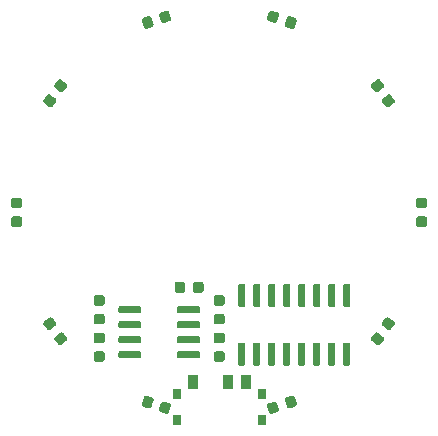
<source format=gbr>
G04 #@! TF.GenerationSoftware,KiCad,Pcbnew,(5.1.5-0-10_14)*
G04 #@! TF.CreationDate,2021-02-20T09:37:57-07:00*
G04 #@! TF.ProjectId,number_1_good_boy,6e756d62-6572-45f3-915f-676f6f645f62,rev?*
G04 #@! TF.SameCoordinates,Original*
G04 #@! TF.FileFunction,Paste,Top*
G04 #@! TF.FilePolarity,Positive*
%FSLAX46Y46*%
G04 Gerber Fmt 4.6, Leading zero omitted, Abs format (unit mm)*
G04 Created by KiCad (PCBNEW (5.1.5-0-10_14)) date 2021-02-20 09:37:57*
%MOMM*%
%LPD*%
G04 APERTURE LIST*
%ADD10R,0.900000X1.250000*%
%ADD11R,0.800000X0.900000*%
%ADD12C,0.100000*%
G04 APERTURE END LIST*
D10*
X2250000Y-14385000D03*
X750000Y-14385000D03*
X-2250000Y-14385000D03*
D11*
X3600000Y-15410000D03*
X-3600000Y-15410000D03*
X3600000Y-17610000D03*
X-3600000Y-17610000D03*
D12*
G36*
X-9882309Y-11781053D02*
G01*
X-9861074Y-11784203D01*
X-9840250Y-11789419D01*
X-9820038Y-11796651D01*
X-9800632Y-11805830D01*
X-9782219Y-11816866D01*
X-9764976Y-11829654D01*
X-9749070Y-11844070D01*
X-9734654Y-11859976D01*
X-9721866Y-11877219D01*
X-9710830Y-11895632D01*
X-9701651Y-11915038D01*
X-9694419Y-11935250D01*
X-9689203Y-11956074D01*
X-9686053Y-11977309D01*
X-9685000Y-11998750D01*
X-9685000Y-12436250D01*
X-9686053Y-12457691D01*
X-9689203Y-12478926D01*
X-9694419Y-12499750D01*
X-9701651Y-12519962D01*
X-9710830Y-12539368D01*
X-9721866Y-12557781D01*
X-9734654Y-12575024D01*
X-9749070Y-12590930D01*
X-9764976Y-12605346D01*
X-9782219Y-12618134D01*
X-9800632Y-12629170D01*
X-9820038Y-12638349D01*
X-9840250Y-12645581D01*
X-9861074Y-12650797D01*
X-9882309Y-12653947D01*
X-9903750Y-12655000D01*
X-10416250Y-12655000D01*
X-10437691Y-12653947D01*
X-10458926Y-12650797D01*
X-10479750Y-12645581D01*
X-10499962Y-12638349D01*
X-10519368Y-12629170D01*
X-10537781Y-12618134D01*
X-10555024Y-12605346D01*
X-10570930Y-12590930D01*
X-10585346Y-12575024D01*
X-10598134Y-12557781D01*
X-10609170Y-12539368D01*
X-10618349Y-12519962D01*
X-10625581Y-12499750D01*
X-10630797Y-12478926D01*
X-10633947Y-12457691D01*
X-10635000Y-12436250D01*
X-10635000Y-11998750D01*
X-10633947Y-11977309D01*
X-10630797Y-11956074D01*
X-10625581Y-11935250D01*
X-10618349Y-11915038D01*
X-10609170Y-11895632D01*
X-10598134Y-11877219D01*
X-10585346Y-11859976D01*
X-10570930Y-11844070D01*
X-10555024Y-11829654D01*
X-10537781Y-11816866D01*
X-10519368Y-11805830D01*
X-10499962Y-11796651D01*
X-10479750Y-11789419D01*
X-10458926Y-11784203D01*
X-10437691Y-11781053D01*
X-10416250Y-11780000D01*
X-9903750Y-11780000D01*
X-9882309Y-11781053D01*
G37*
G36*
X-9882309Y-10206053D02*
G01*
X-9861074Y-10209203D01*
X-9840250Y-10214419D01*
X-9820038Y-10221651D01*
X-9800632Y-10230830D01*
X-9782219Y-10241866D01*
X-9764976Y-10254654D01*
X-9749070Y-10269070D01*
X-9734654Y-10284976D01*
X-9721866Y-10302219D01*
X-9710830Y-10320632D01*
X-9701651Y-10340038D01*
X-9694419Y-10360250D01*
X-9689203Y-10381074D01*
X-9686053Y-10402309D01*
X-9685000Y-10423750D01*
X-9685000Y-10861250D01*
X-9686053Y-10882691D01*
X-9689203Y-10903926D01*
X-9694419Y-10924750D01*
X-9701651Y-10944962D01*
X-9710830Y-10964368D01*
X-9721866Y-10982781D01*
X-9734654Y-11000024D01*
X-9749070Y-11015930D01*
X-9764976Y-11030346D01*
X-9782219Y-11043134D01*
X-9800632Y-11054170D01*
X-9820038Y-11063349D01*
X-9840250Y-11070581D01*
X-9861074Y-11075797D01*
X-9882309Y-11078947D01*
X-9903750Y-11080000D01*
X-10416250Y-11080000D01*
X-10437691Y-11078947D01*
X-10458926Y-11075797D01*
X-10479750Y-11070581D01*
X-10499962Y-11063349D01*
X-10519368Y-11054170D01*
X-10537781Y-11043134D01*
X-10555024Y-11030346D01*
X-10570930Y-11015930D01*
X-10585346Y-11000024D01*
X-10598134Y-10982781D01*
X-10609170Y-10964368D01*
X-10618349Y-10944962D01*
X-10625581Y-10924750D01*
X-10630797Y-10903926D01*
X-10633947Y-10882691D01*
X-10635000Y-10861250D01*
X-10635000Y-10423750D01*
X-10633947Y-10402309D01*
X-10630797Y-10381074D01*
X-10625581Y-10360250D01*
X-10618349Y-10340038D01*
X-10609170Y-10320632D01*
X-10598134Y-10302219D01*
X-10585346Y-10284976D01*
X-10570930Y-10269070D01*
X-10555024Y-10254654D01*
X-10537781Y-10241866D01*
X-10519368Y-10230830D01*
X-10499962Y-10221651D01*
X-10479750Y-10214419D01*
X-10458926Y-10209203D01*
X-10437691Y-10206053D01*
X-10416250Y-10205000D01*
X-9903750Y-10205000D01*
X-9882309Y-10206053D01*
G37*
G36*
X-9882309Y-8606053D02*
G01*
X-9861074Y-8609203D01*
X-9840250Y-8614419D01*
X-9820038Y-8621651D01*
X-9800632Y-8630830D01*
X-9782219Y-8641866D01*
X-9764976Y-8654654D01*
X-9749070Y-8669070D01*
X-9734654Y-8684976D01*
X-9721866Y-8702219D01*
X-9710830Y-8720632D01*
X-9701651Y-8740038D01*
X-9694419Y-8760250D01*
X-9689203Y-8781074D01*
X-9686053Y-8802309D01*
X-9685000Y-8823750D01*
X-9685000Y-9261250D01*
X-9686053Y-9282691D01*
X-9689203Y-9303926D01*
X-9694419Y-9324750D01*
X-9701651Y-9344962D01*
X-9710830Y-9364368D01*
X-9721866Y-9382781D01*
X-9734654Y-9400024D01*
X-9749070Y-9415930D01*
X-9764976Y-9430346D01*
X-9782219Y-9443134D01*
X-9800632Y-9454170D01*
X-9820038Y-9463349D01*
X-9840250Y-9470581D01*
X-9861074Y-9475797D01*
X-9882309Y-9478947D01*
X-9903750Y-9480000D01*
X-10416250Y-9480000D01*
X-10437691Y-9478947D01*
X-10458926Y-9475797D01*
X-10479750Y-9470581D01*
X-10499962Y-9463349D01*
X-10519368Y-9454170D01*
X-10537781Y-9443134D01*
X-10555024Y-9430346D01*
X-10570930Y-9415930D01*
X-10585346Y-9400024D01*
X-10598134Y-9382781D01*
X-10609170Y-9364368D01*
X-10618349Y-9344962D01*
X-10625581Y-9324750D01*
X-10630797Y-9303926D01*
X-10633947Y-9282691D01*
X-10635000Y-9261250D01*
X-10635000Y-8823750D01*
X-10633947Y-8802309D01*
X-10630797Y-8781074D01*
X-10625581Y-8760250D01*
X-10618349Y-8740038D01*
X-10609170Y-8720632D01*
X-10598134Y-8702219D01*
X-10585346Y-8684976D01*
X-10570930Y-8669070D01*
X-10555024Y-8654654D01*
X-10537781Y-8641866D01*
X-10519368Y-8630830D01*
X-10499962Y-8621651D01*
X-10479750Y-8614419D01*
X-10458926Y-8609203D01*
X-10437691Y-8606053D01*
X-10416250Y-8605000D01*
X-9903750Y-8605000D01*
X-9882309Y-8606053D01*
G37*
G36*
X-9882309Y-7031053D02*
G01*
X-9861074Y-7034203D01*
X-9840250Y-7039419D01*
X-9820038Y-7046651D01*
X-9800632Y-7055830D01*
X-9782219Y-7066866D01*
X-9764976Y-7079654D01*
X-9749070Y-7094070D01*
X-9734654Y-7109976D01*
X-9721866Y-7127219D01*
X-9710830Y-7145632D01*
X-9701651Y-7165038D01*
X-9694419Y-7185250D01*
X-9689203Y-7206074D01*
X-9686053Y-7227309D01*
X-9685000Y-7248750D01*
X-9685000Y-7686250D01*
X-9686053Y-7707691D01*
X-9689203Y-7728926D01*
X-9694419Y-7749750D01*
X-9701651Y-7769962D01*
X-9710830Y-7789368D01*
X-9721866Y-7807781D01*
X-9734654Y-7825024D01*
X-9749070Y-7840930D01*
X-9764976Y-7855346D01*
X-9782219Y-7868134D01*
X-9800632Y-7879170D01*
X-9820038Y-7888349D01*
X-9840250Y-7895581D01*
X-9861074Y-7900797D01*
X-9882309Y-7903947D01*
X-9903750Y-7905000D01*
X-10416250Y-7905000D01*
X-10437691Y-7903947D01*
X-10458926Y-7900797D01*
X-10479750Y-7895581D01*
X-10499962Y-7888349D01*
X-10519368Y-7879170D01*
X-10537781Y-7868134D01*
X-10555024Y-7855346D01*
X-10570930Y-7840930D01*
X-10585346Y-7825024D01*
X-10598134Y-7807781D01*
X-10609170Y-7789368D01*
X-10618349Y-7769962D01*
X-10625581Y-7749750D01*
X-10630797Y-7728926D01*
X-10633947Y-7707691D01*
X-10635000Y-7686250D01*
X-10635000Y-7248750D01*
X-10633947Y-7227309D01*
X-10630797Y-7206074D01*
X-10625581Y-7185250D01*
X-10618349Y-7165038D01*
X-10609170Y-7145632D01*
X-10598134Y-7127219D01*
X-10585346Y-7109976D01*
X-10570930Y-7094070D01*
X-10555024Y-7079654D01*
X-10537781Y-7066866D01*
X-10519368Y-7055830D01*
X-10499962Y-7046651D01*
X-10479750Y-7039419D01*
X-10458926Y-7034203D01*
X-10437691Y-7031053D01*
X-10416250Y-7030000D01*
X-9903750Y-7030000D01*
X-9882309Y-7031053D01*
G37*
G36*
X5954410Y16591989D02*
G01*
X5975579Y16588423D01*
X5996297Y16582799D01*
X6412384Y16447604D01*
X6432450Y16439976D01*
X6451672Y16430418D01*
X6469865Y16419023D01*
X6486853Y16405899D01*
X6502473Y16391173D01*
X6516574Y16374987D01*
X6529021Y16357496D01*
X6539694Y16338870D01*
X6548489Y16319288D01*
X6555323Y16298938D01*
X6560129Y16278015D01*
X6562862Y16256723D01*
X6563494Y16235265D01*
X6562020Y16213849D01*
X6558454Y16192680D01*
X6552830Y16171963D01*
X6394459Y15684546D01*
X6386831Y15664479D01*
X6377274Y15645257D01*
X6365878Y15627065D01*
X6352754Y15610076D01*
X6338028Y15594456D01*
X6321842Y15580355D01*
X6304352Y15567908D01*
X6285726Y15557235D01*
X6266143Y15548440D01*
X6245793Y15541606D01*
X6224871Y15536800D01*
X6203578Y15534067D01*
X6182120Y15533435D01*
X6160704Y15534909D01*
X6139535Y15538475D01*
X6118817Y15544099D01*
X5702730Y15679294D01*
X5682664Y15686922D01*
X5663442Y15696480D01*
X5645249Y15707875D01*
X5628261Y15720999D01*
X5612641Y15735725D01*
X5598540Y15751911D01*
X5586093Y15769402D01*
X5575420Y15788028D01*
X5566625Y15807610D01*
X5559791Y15827960D01*
X5554985Y15848883D01*
X5552252Y15870175D01*
X5551620Y15891633D01*
X5553094Y15913049D01*
X5556660Y15934218D01*
X5562284Y15954935D01*
X5720655Y16442352D01*
X5728283Y16462419D01*
X5737840Y16481641D01*
X5749236Y16499833D01*
X5762360Y16516822D01*
X5777086Y16532442D01*
X5793272Y16546543D01*
X5810762Y16558990D01*
X5829388Y16569663D01*
X5848971Y16578458D01*
X5869321Y16585292D01*
X5890243Y16590098D01*
X5911536Y16592831D01*
X5932994Y16593463D01*
X5954410Y16591989D01*
G37*
G36*
X4456496Y17078691D02*
G01*
X4477665Y17075125D01*
X4498383Y17069501D01*
X4914470Y16934306D01*
X4934536Y16926678D01*
X4953758Y16917120D01*
X4971951Y16905725D01*
X4988939Y16892601D01*
X5004559Y16877875D01*
X5018660Y16861689D01*
X5031107Y16844198D01*
X5041780Y16825572D01*
X5050575Y16805990D01*
X5057409Y16785640D01*
X5062215Y16764717D01*
X5064948Y16743425D01*
X5065580Y16721967D01*
X5064106Y16700551D01*
X5060540Y16679382D01*
X5054916Y16658665D01*
X4896545Y16171248D01*
X4888917Y16151181D01*
X4879360Y16131959D01*
X4867964Y16113767D01*
X4854840Y16096778D01*
X4840114Y16081158D01*
X4823928Y16067057D01*
X4806438Y16054610D01*
X4787812Y16043937D01*
X4768229Y16035142D01*
X4747879Y16028308D01*
X4726957Y16023502D01*
X4705664Y16020769D01*
X4684206Y16020137D01*
X4662790Y16021611D01*
X4641621Y16025177D01*
X4620903Y16030801D01*
X4204816Y16165996D01*
X4184750Y16173624D01*
X4165528Y16183182D01*
X4147335Y16194577D01*
X4130347Y16207701D01*
X4114727Y16222427D01*
X4100626Y16238613D01*
X4088179Y16256104D01*
X4077506Y16274730D01*
X4068711Y16294312D01*
X4061877Y16314662D01*
X4057071Y16335585D01*
X4054338Y16356877D01*
X4053706Y16378335D01*
X4055180Y16399751D01*
X4058746Y16420920D01*
X4064370Y16441637D01*
X4222741Y16929054D01*
X4230369Y16949121D01*
X4239926Y16968343D01*
X4251322Y16986535D01*
X4264446Y17003524D01*
X4279172Y17019144D01*
X4295358Y17033245D01*
X4312848Y17045692D01*
X4331474Y17056365D01*
X4351057Y17065160D01*
X4371407Y17071994D01*
X4392329Y17076800D01*
X4413622Y17079533D01*
X4435080Y17080165D01*
X4456496Y17078691D01*
G37*
G36*
X13497130Y11266864D02*
G01*
X13518472Y11264550D01*
X13539485Y11260155D01*
X13559965Y11253722D01*
X13579717Y11245313D01*
X13598549Y11235008D01*
X13616280Y11222907D01*
X13632740Y11209126D01*
X13647770Y11193798D01*
X13661224Y11177071D01*
X13918380Y10823127D01*
X13930131Y10805162D01*
X13940064Y10786131D01*
X13948084Y10766218D01*
X13954114Y10745615D01*
X13958095Y10724521D01*
X13959989Y10703137D01*
X13959779Y10681671D01*
X13957465Y10660329D01*
X13953070Y10639317D01*
X13946637Y10618836D01*
X13938228Y10599085D01*
X13927923Y10580253D01*
X13915822Y10562521D01*
X13902041Y10546062D01*
X13886713Y10531032D01*
X13869986Y10517576D01*
X13455364Y10216336D01*
X13437398Y10204586D01*
X13418368Y10194653D01*
X13398455Y10186633D01*
X13377852Y10180603D01*
X13356757Y10176622D01*
X13335374Y10174728D01*
X13313908Y10174938D01*
X13292566Y10177252D01*
X13271553Y10181647D01*
X13251073Y10188080D01*
X13231321Y10196489D01*
X13212489Y10206794D01*
X13194758Y10218895D01*
X13178298Y10232676D01*
X13163268Y10248004D01*
X13149814Y10264731D01*
X12892658Y10618675D01*
X12880907Y10636640D01*
X12870974Y10655671D01*
X12862954Y10675584D01*
X12856924Y10696187D01*
X12852943Y10717281D01*
X12851049Y10738665D01*
X12851259Y10760131D01*
X12853573Y10781473D01*
X12857968Y10802485D01*
X12864401Y10822966D01*
X12872810Y10842717D01*
X12883115Y10861549D01*
X12895216Y10879281D01*
X12908997Y10895740D01*
X12924325Y10910770D01*
X12941052Y10924226D01*
X13355674Y11225466D01*
X13373640Y11237216D01*
X13392670Y11247149D01*
X13412583Y11255169D01*
X13433186Y11261199D01*
X13454281Y11265180D01*
X13475664Y11267074D01*
X13497130Y11266864D01*
G37*
G36*
X14422892Y9992662D02*
G01*
X14444234Y9990348D01*
X14465247Y9985953D01*
X14485727Y9979520D01*
X14505479Y9971111D01*
X14524311Y9960806D01*
X14542042Y9948705D01*
X14558502Y9934924D01*
X14573532Y9919596D01*
X14586986Y9902869D01*
X14844142Y9548925D01*
X14855893Y9530960D01*
X14865826Y9511929D01*
X14873846Y9492016D01*
X14879876Y9471413D01*
X14883857Y9450319D01*
X14885751Y9428935D01*
X14885541Y9407469D01*
X14883227Y9386127D01*
X14878832Y9365115D01*
X14872399Y9344634D01*
X14863990Y9324883D01*
X14853685Y9306051D01*
X14841584Y9288319D01*
X14827803Y9271860D01*
X14812475Y9256830D01*
X14795748Y9243374D01*
X14381126Y8942134D01*
X14363160Y8930384D01*
X14344130Y8920451D01*
X14324217Y8912431D01*
X14303614Y8906401D01*
X14282519Y8902420D01*
X14261136Y8900526D01*
X14239670Y8900736D01*
X14218328Y8903050D01*
X14197315Y8907445D01*
X14176835Y8913878D01*
X14157083Y8922287D01*
X14138251Y8932592D01*
X14120520Y8944693D01*
X14104060Y8958474D01*
X14089030Y8973802D01*
X14075576Y8990529D01*
X13818420Y9344473D01*
X13806669Y9362438D01*
X13796736Y9381469D01*
X13788716Y9401382D01*
X13782686Y9421985D01*
X13778705Y9443079D01*
X13776811Y9464463D01*
X13777021Y9485929D01*
X13779335Y9507271D01*
X13783730Y9528283D01*
X13790163Y9548764D01*
X13798572Y9568515D01*
X13808877Y9587347D01*
X13820978Y9605079D01*
X13834759Y9621538D01*
X13850087Y9636568D01*
X13866814Y9650024D01*
X14281436Y9951264D01*
X14299402Y9963014D01*
X14318432Y9972947D01*
X14338345Y9980967D01*
X14358948Y9986997D01*
X14380043Y9990978D01*
X14401426Y9992872D01*
X14422892Y9992662D01*
G37*
G36*
X17422691Y-351053D02*
G01*
X17443926Y-354203D01*
X17464750Y-359419D01*
X17484962Y-366651D01*
X17504368Y-375830D01*
X17522781Y-386866D01*
X17540024Y-399654D01*
X17555930Y-414070D01*
X17570346Y-429976D01*
X17583134Y-447219D01*
X17594170Y-465632D01*
X17603349Y-485038D01*
X17610581Y-505250D01*
X17615797Y-526074D01*
X17618947Y-547309D01*
X17620000Y-568750D01*
X17620000Y-1006250D01*
X17618947Y-1027691D01*
X17615797Y-1048926D01*
X17610581Y-1069750D01*
X17603349Y-1089962D01*
X17594170Y-1109368D01*
X17583134Y-1127781D01*
X17570346Y-1145024D01*
X17555930Y-1160930D01*
X17540024Y-1175346D01*
X17522781Y-1188134D01*
X17504368Y-1199170D01*
X17484962Y-1208349D01*
X17464750Y-1215581D01*
X17443926Y-1220797D01*
X17422691Y-1223947D01*
X17401250Y-1225000D01*
X16888750Y-1225000D01*
X16867309Y-1223947D01*
X16846074Y-1220797D01*
X16825250Y-1215581D01*
X16805038Y-1208349D01*
X16785632Y-1199170D01*
X16767219Y-1188134D01*
X16749976Y-1175346D01*
X16734070Y-1160930D01*
X16719654Y-1145024D01*
X16706866Y-1127781D01*
X16695830Y-1109368D01*
X16686651Y-1089962D01*
X16679419Y-1069750D01*
X16674203Y-1048926D01*
X16671053Y-1027691D01*
X16670000Y-1006250D01*
X16670000Y-568750D01*
X16671053Y-547309D01*
X16674203Y-526074D01*
X16679419Y-505250D01*
X16686651Y-485038D01*
X16695830Y-465632D01*
X16706866Y-447219D01*
X16719654Y-429976D01*
X16734070Y-414070D01*
X16749976Y-399654D01*
X16767219Y-386866D01*
X16785632Y-375830D01*
X16805038Y-366651D01*
X16825250Y-359419D01*
X16846074Y-354203D01*
X16867309Y-351053D01*
X16888750Y-350000D01*
X17401250Y-350000D01*
X17422691Y-351053D01*
G37*
G36*
X17422691Y1223947D02*
G01*
X17443926Y1220797D01*
X17464750Y1215581D01*
X17484962Y1208349D01*
X17504368Y1199170D01*
X17522781Y1188134D01*
X17540024Y1175346D01*
X17555930Y1160930D01*
X17570346Y1145024D01*
X17583134Y1127781D01*
X17594170Y1109368D01*
X17603349Y1089962D01*
X17610581Y1069750D01*
X17615797Y1048926D01*
X17618947Y1027691D01*
X17620000Y1006250D01*
X17620000Y568750D01*
X17618947Y547309D01*
X17615797Y526074D01*
X17610581Y505250D01*
X17603349Y485038D01*
X17594170Y465632D01*
X17583134Y447219D01*
X17570346Y429976D01*
X17555930Y414070D01*
X17540024Y399654D01*
X17522781Y386866D01*
X17504368Y375830D01*
X17484962Y366651D01*
X17464750Y359419D01*
X17443926Y354203D01*
X17422691Y351053D01*
X17401250Y350000D01*
X16888750Y350000D01*
X16867309Y351053D01*
X16846074Y354203D01*
X16825250Y359419D01*
X16805038Y366651D01*
X16785632Y375830D01*
X16767219Y386866D01*
X16749976Y399654D01*
X16734070Y414070D01*
X16719654Y429976D01*
X16706866Y447219D01*
X16695830Y465632D01*
X16686651Y485038D01*
X16679419Y505250D01*
X16674203Y526074D01*
X16671053Y547309D01*
X16670000Y568750D01*
X16670000Y1006250D01*
X16671053Y1027691D01*
X16674203Y1048926D01*
X16679419Y1069750D01*
X16686651Y1089962D01*
X16695830Y1109368D01*
X16706866Y1127781D01*
X16719654Y1145024D01*
X16734070Y1160930D01*
X16749976Y1175346D01*
X16767219Y1188134D01*
X16785632Y1199170D01*
X16805038Y1208349D01*
X16825250Y1215581D01*
X16846074Y1220797D01*
X16867309Y1223947D01*
X16888750Y1225000D01*
X17401250Y1225000D01*
X17422691Y1223947D01*
G37*
G36*
X14282520Y-8902420D02*
G01*
X14303614Y-8906401D01*
X14324217Y-8912431D01*
X14344130Y-8920451D01*
X14363161Y-8930384D01*
X14381126Y-8942134D01*
X14795748Y-9243374D01*
X14812475Y-9256829D01*
X14827803Y-9271859D01*
X14841584Y-9288319D01*
X14853685Y-9306050D01*
X14863990Y-9324882D01*
X14872399Y-9344634D01*
X14878832Y-9365114D01*
X14883227Y-9386127D01*
X14885541Y-9407469D01*
X14885751Y-9428935D01*
X14883857Y-9450318D01*
X14879876Y-9471413D01*
X14873846Y-9492016D01*
X14865826Y-9511929D01*
X14855893Y-9530959D01*
X14844142Y-9548925D01*
X14586986Y-9902869D01*
X14573531Y-9919596D01*
X14558501Y-9934924D01*
X14542042Y-9948705D01*
X14524310Y-9960806D01*
X14505478Y-9971111D01*
X14485727Y-9979520D01*
X14465246Y-9985953D01*
X14444234Y-9990348D01*
X14422892Y-9992662D01*
X14401426Y-9992872D01*
X14380042Y-9990978D01*
X14358948Y-9986997D01*
X14338345Y-9980967D01*
X14318432Y-9972947D01*
X14299401Y-9963014D01*
X14281436Y-9951264D01*
X13866814Y-9650024D01*
X13850087Y-9636569D01*
X13834759Y-9621539D01*
X13820978Y-9605079D01*
X13808877Y-9587348D01*
X13798572Y-9568516D01*
X13790163Y-9548764D01*
X13783730Y-9528284D01*
X13779335Y-9507271D01*
X13777021Y-9485929D01*
X13776811Y-9464463D01*
X13778705Y-9443080D01*
X13782686Y-9421985D01*
X13788716Y-9401382D01*
X13796736Y-9381469D01*
X13806669Y-9362439D01*
X13818420Y-9344473D01*
X14075576Y-8990529D01*
X14089031Y-8973802D01*
X14104061Y-8958474D01*
X14120520Y-8944693D01*
X14138252Y-8932592D01*
X14157084Y-8922287D01*
X14176835Y-8913878D01*
X14197316Y-8907445D01*
X14218328Y-8903050D01*
X14239670Y-8900736D01*
X14261136Y-8900526D01*
X14282520Y-8902420D01*
G37*
G36*
X13356758Y-10176622D02*
G01*
X13377852Y-10180603D01*
X13398455Y-10186633D01*
X13418368Y-10194653D01*
X13437399Y-10204586D01*
X13455364Y-10216336D01*
X13869986Y-10517576D01*
X13886713Y-10531031D01*
X13902041Y-10546061D01*
X13915822Y-10562521D01*
X13927923Y-10580252D01*
X13938228Y-10599084D01*
X13946637Y-10618836D01*
X13953070Y-10639316D01*
X13957465Y-10660329D01*
X13959779Y-10681671D01*
X13959989Y-10703137D01*
X13958095Y-10724520D01*
X13954114Y-10745615D01*
X13948084Y-10766218D01*
X13940064Y-10786131D01*
X13930131Y-10805161D01*
X13918380Y-10823127D01*
X13661224Y-11177071D01*
X13647769Y-11193798D01*
X13632739Y-11209126D01*
X13616280Y-11222907D01*
X13598548Y-11235008D01*
X13579716Y-11245313D01*
X13559965Y-11253722D01*
X13539484Y-11260155D01*
X13518472Y-11264550D01*
X13497130Y-11266864D01*
X13475664Y-11267074D01*
X13454280Y-11265180D01*
X13433186Y-11261199D01*
X13412583Y-11255169D01*
X13392670Y-11247149D01*
X13373639Y-11237216D01*
X13355674Y-11225466D01*
X12941052Y-10924226D01*
X12924325Y-10910771D01*
X12908997Y-10895741D01*
X12895216Y-10879281D01*
X12883115Y-10861550D01*
X12872810Y-10842718D01*
X12864401Y-10822966D01*
X12857968Y-10802486D01*
X12853573Y-10781473D01*
X12851259Y-10760131D01*
X12851049Y-10738665D01*
X12852943Y-10717282D01*
X12856924Y-10696187D01*
X12862954Y-10675584D01*
X12870974Y-10655671D01*
X12880907Y-10636641D01*
X12892658Y-10618675D01*
X13149814Y-10264731D01*
X13163269Y-10248004D01*
X13178299Y-10232676D01*
X13194758Y-10218895D01*
X13212490Y-10206794D01*
X13231322Y-10196489D01*
X13251073Y-10188080D01*
X13271554Y-10181647D01*
X13292566Y-10177252D01*
X13313908Y-10174938D01*
X13335374Y-10174728D01*
X13356758Y-10176622D01*
G37*
G36*
X4705664Y-16020769D02*
G01*
X4726956Y-16023502D01*
X4747879Y-16028308D01*
X4768229Y-16035142D01*
X4787811Y-16043937D01*
X4806437Y-16054610D01*
X4823928Y-16067057D01*
X4840114Y-16081158D01*
X4854840Y-16096778D01*
X4867964Y-16113766D01*
X4879359Y-16131959D01*
X4888917Y-16151181D01*
X4896545Y-16171248D01*
X5054916Y-16658665D01*
X5060540Y-16679382D01*
X5064106Y-16700551D01*
X5065580Y-16721967D01*
X5064948Y-16743425D01*
X5062215Y-16764718D01*
X5057409Y-16785640D01*
X5050575Y-16805990D01*
X5041780Y-16825573D01*
X5031107Y-16844199D01*
X5018660Y-16861689D01*
X5004559Y-16877875D01*
X4988939Y-16892601D01*
X4971950Y-16905725D01*
X4953758Y-16917121D01*
X4934536Y-16926678D01*
X4914470Y-16934306D01*
X4498383Y-17069501D01*
X4477665Y-17075125D01*
X4456496Y-17078691D01*
X4435080Y-17080165D01*
X4413622Y-17079533D01*
X4392330Y-17076800D01*
X4371407Y-17071994D01*
X4351057Y-17065160D01*
X4331475Y-17056365D01*
X4312849Y-17045692D01*
X4295358Y-17033245D01*
X4279172Y-17019144D01*
X4264446Y-17003524D01*
X4251322Y-16986536D01*
X4239927Y-16968343D01*
X4230369Y-16949121D01*
X4222741Y-16929054D01*
X4064370Y-16441637D01*
X4058746Y-16420920D01*
X4055180Y-16399751D01*
X4053706Y-16378335D01*
X4054338Y-16356877D01*
X4057071Y-16335584D01*
X4061877Y-16314662D01*
X4068711Y-16294312D01*
X4077506Y-16274729D01*
X4088179Y-16256103D01*
X4100626Y-16238613D01*
X4114727Y-16222427D01*
X4130347Y-16207701D01*
X4147336Y-16194577D01*
X4165528Y-16183181D01*
X4184750Y-16173624D01*
X4204816Y-16165996D01*
X4620903Y-16030801D01*
X4641621Y-16025177D01*
X4662790Y-16021611D01*
X4684206Y-16020137D01*
X4705664Y-16020769D01*
G37*
G36*
X6203578Y-15534067D02*
G01*
X6224870Y-15536800D01*
X6245793Y-15541606D01*
X6266143Y-15548440D01*
X6285725Y-15557235D01*
X6304351Y-15567908D01*
X6321842Y-15580355D01*
X6338028Y-15594456D01*
X6352754Y-15610076D01*
X6365878Y-15627064D01*
X6377273Y-15645257D01*
X6386831Y-15664479D01*
X6394459Y-15684546D01*
X6552830Y-16171963D01*
X6558454Y-16192680D01*
X6562020Y-16213849D01*
X6563494Y-16235265D01*
X6562862Y-16256723D01*
X6560129Y-16278016D01*
X6555323Y-16298938D01*
X6548489Y-16319288D01*
X6539694Y-16338871D01*
X6529021Y-16357497D01*
X6516574Y-16374987D01*
X6502473Y-16391173D01*
X6486853Y-16405899D01*
X6469864Y-16419023D01*
X6451672Y-16430419D01*
X6432450Y-16439976D01*
X6412384Y-16447604D01*
X5996297Y-16582799D01*
X5975579Y-16588423D01*
X5954410Y-16591989D01*
X5932994Y-16593463D01*
X5911536Y-16592831D01*
X5890244Y-16590098D01*
X5869321Y-16585292D01*
X5848971Y-16578458D01*
X5829389Y-16569663D01*
X5810763Y-16558990D01*
X5793272Y-16546543D01*
X5777086Y-16532442D01*
X5762360Y-16516822D01*
X5749236Y-16499834D01*
X5737841Y-16481641D01*
X5728283Y-16462419D01*
X5720655Y-16442352D01*
X5562284Y-15954935D01*
X5556660Y-15934218D01*
X5553094Y-15913049D01*
X5551620Y-15891633D01*
X5552252Y-15870175D01*
X5554985Y-15848882D01*
X5559791Y-15827960D01*
X5566625Y-15807610D01*
X5575420Y-15788027D01*
X5586093Y-15769401D01*
X5598540Y-15751911D01*
X5612641Y-15735725D01*
X5628261Y-15720999D01*
X5645250Y-15707875D01*
X5663442Y-15696479D01*
X5682664Y-15686922D01*
X5702730Y-15679294D01*
X6118817Y-15544099D01*
X6139535Y-15538475D01*
X6160704Y-15534909D01*
X6182120Y-15533435D01*
X6203578Y-15534067D01*
G37*
G36*
X-4662790Y-16021611D02*
G01*
X-4641621Y-16025177D01*
X-4620903Y-16030801D01*
X-4204816Y-16165996D01*
X-4184750Y-16173624D01*
X-4165528Y-16183182D01*
X-4147335Y-16194577D01*
X-4130347Y-16207701D01*
X-4114727Y-16222427D01*
X-4100626Y-16238613D01*
X-4088179Y-16256104D01*
X-4077506Y-16274730D01*
X-4068711Y-16294312D01*
X-4061877Y-16314662D01*
X-4057071Y-16335585D01*
X-4054338Y-16356877D01*
X-4053706Y-16378335D01*
X-4055180Y-16399751D01*
X-4058746Y-16420920D01*
X-4064370Y-16441637D01*
X-4222741Y-16929054D01*
X-4230369Y-16949121D01*
X-4239926Y-16968343D01*
X-4251322Y-16986535D01*
X-4264446Y-17003524D01*
X-4279172Y-17019144D01*
X-4295358Y-17033245D01*
X-4312848Y-17045692D01*
X-4331474Y-17056365D01*
X-4351057Y-17065160D01*
X-4371407Y-17071994D01*
X-4392329Y-17076800D01*
X-4413622Y-17079533D01*
X-4435080Y-17080165D01*
X-4456496Y-17078691D01*
X-4477665Y-17075125D01*
X-4498383Y-17069501D01*
X-4914470Y-16934306D01*
X-4934536Y-16926678D01*
X-4953758Y-16917120D01*
X-4971951Y-16905725D01*
X-4988939Y-16892601D01*
X-5004559Y-16877875D01*
X-5018660Y-16861689D01*
X-5031107Y-16844198D01*
X-5041780Y-16825572D01*
X-5050575Y-16805990D01*
X-5057409Y-16785640D01*
X-5062215Y-16764717D01*
X-5064948Y-16743425D01*
X-5065580Y-16721967D01*
X-5064106Y-16700551D01*
X-5060540Y-16679382D01*
X-5054916Y-16658665D01*
X-4896545Y-16171248D01*
X-4888917Y-16151181D01*
X-4879360Y-16131959D01*
X-4867964Y-16113767D01*
X-4854840Y-16096778D01*
X-4840114Y-16081158D01*
X-4823928Y-16067057D01*
X-4806438Y-16054610D01*
X-4787812Y-16043937D01*
X-4768229Y-16035142D01*
X-4747879Y-16028308D01*
X-4726957Y-16023502D01*
X-4705664Y-16020769D01*
X-4684206Y-16020137D01*
X-4662790Y-16021611D01*
G37*
G36*
X-6160704Y-15534909D02*
G01*
X-6139535Y-15538475D01*
X-6118817Y-15544099D01*
X-5702730Y-15679294D01*
X-5682664Y-15686922D01*
X-5663442Y-15696480D01*
X-5645249Y-15707875D01*
X-5628261Y-15720999D01*
X-5612641Y-15735725D01*
X-5598540Y-15751911D01*
X-5586093Y-15769402D01*
X-5575420Y-15788028D01*
X-5566625Y-15807610D01*
X-5559791Y-15827960D01*
X-5554985Y-15848883D01*
X-5552252Y-15870175D01*
X-5551620Y-15891633D01*
X-5553094Y-15913049D01*
X-5556660Y-15934218D01*
X-5562284Y-15954935D01*
X-5720655Y-16442352D01*
X-5728283Y-16462419D01*
X-5737840Y-16481641D01*
X-5749236Y-16499833D01*
X-5762360Y-16516822D01*
X-5777086Y-16532442D01*
X-5793272Y-16546543D01*
X-5810762Y-16558990D01*
X-5829388Y-16569663D01*
X-5848971Y-16578458D01*
X-5869321Y-16585292D01*
X-5890243Y-16590098D01*
X-5911536Y-16592831D01*
X-5932994Y-16593463D01*
X-5954410Y-16591989D01*
X-5975579Y-16588423D01*
X-5996297Y-16582799D01*
X-6412384Y-16447604D01*
X-6432450Y-16439976D01*
X-6451672Y-16430418D01*
X-6469865Y-16419023D01*
X-6486853Y-16405899D01*
X-6502473Y-16391173D01*
X-6516574Y-16374987D01*
X-6529021Y-16357496D01*
X-6539694Y-16338870D01*
X-6548489Y-16319288D01*
X-6555323Y-16298938D01*
X-6560129Y-16278015D01*
X-6562862Y-16256723D01*
X-6563494Y-16235265D01*
X-6562020Y-16213849D01*
X-6558454Y-16192680D01*
X-6552830Y-16171963D01*
X-6394459Y-15684546D01*
X-6386831Y-15664479D01*
X-6377274Y-15645257D01*
X-6365878Y-15627065D01*
X-6352754Y-15610076D01*
X-6338028Y-15594456D01*
X-6321842Y-15580355D01*
X-6304352Y-15567908D01*
X-6285726Y-15557235D01*
X-6266143Y-15548440D01*
X-6245793Y-15541606D01*
X-6224871Y-15536800D01*
X-6203578Y-15534067D01*
X-6182120Y-15533435D01*
X-6160704Y-15534909D01*
G37*
G36*
X-14239670Y-8900736D02*
G01*
X-14218328Y-8903050D01*
X-14197315Y-8907445D01*
X-14176835Y-8913878D01*
X-14157083Y-8922287D01*
X-14138251Y-8932592D01*
X-14120520Y-8944693D01*
X-14104060Y-8958474D01*
X-14089030Y-8973802D01*
X-14075576Y-8990529D01*
X-13818420Y-9344473D01*
X-13806669Y-9362438D01*
X-13796736Y-9381469D01*
X-13788716Y-9401382D01*
X-13782686Y-9421985D01*
X-13778705Y-9443079D01*
X-13776811Y-9464463D01*
X-13777021Y-9485929D01*
X-13779335Y-9507271D01*
X-13783730Y-9528283D01*
X-13790163Y-9548764D01*
X-13798572Y-9568515D01*
X-13808877Y-9587347D01*
X-13820978Y-9605079D01*
X-13834759Y-9621538D01*
X-13850087Y-9636568D01*
X-13866814Y-9650024D01*
X-14281436Y-9951264D01*
X-14299402Y-9963014D01*
X-14318432Y-9972947D01*
X-14338345Y-9980967D01*
X-14358948Y-9986997D01*
X-14380043Y-9990978D01*
X-14401426Y-9992872D01*
X-14422892Y-9992662D01*
X-14444234Y-9990348D01*
X-14465247Y-9985953D01*
X-14485727Y-9979520D01*
X-14505479Y-9971111D01*
X-14524311Y-9960806D01*
X-14542042Y-9948705D01*
X-14558502Y-9934924D01*
X-14573532Y-9919596D01*
X-14586986Y-9902869D01*
X-14844142Y-9548925D01*
X-14855893Y-9530960D01*
X-14865826Y-9511929D01*
X-14873846Y-9492016D01*
X-14879876Y-9471413D01*
X-14883857Y-9450319D01*
X-14885751Y-9428935D01*
X-14885541Y-9407469D01*
X-14883227Y-9386127D01*
X-14878832Y-9365115D01*
X-14872399Y-9344634D01*
X-14863990Y-9324883D01*
X-14853685Y-9306051D01*
X-14841584Y-9288319D01*
X-14827803Y-9271860D01*
X-14812475Y-9256830D01*
X-14795748Y-9243374D01*
X-14381126Y-8942134D01*
X-14363160Y-8930384D01*
X-14344130Y-8920451D01*
X-14324217Y-8912431D01*
X-14303614Y-8906401D01*
X-14282519Y-8902420D01*
X-14261136Y-8900526D01*
X-14239670Y-8900736D01*
G37*
G36*
X-13313908Y-10174938D02*
G01*
X-13292566Y-10177252D01*
X-13271553Y-10181647D01*
X-13251073Y-10188080D01*
X-13231321Y-10196489D01*
X-13212489Y-10206794D01*
X-13194758Y-10218895D01*
X-13178298Y-10232676D01*
X-13163268Y-10248004D01*
X-13149814Y-10264731D01*
X-12892658Y-10618675D01*
X-12880907Y-10636640D01*
X-12870974Y-10655671D01*
X-12862954Y-10675584D01*
X-12856924Y-10696187D01*
X-12852943Y-10717281D01*
X-12851049Y-10738665D01*
X-12851259Y-10760131D01*
X-12853573Y-10781473D01*
X-12857968Y-10802485D01*
X-12864401Y-10822966D01*
X-12872810Y-10842717D01*
X-12883115Y-10861549D01*
X-12895216Y-10879281D01*
X-12908997Y-10895740D01*
X-12924325Y-10910770D01*
X-12941052Y-10924226D01*
X-13355674Y-11225466D01*
X-13373640Y-11237216D01*
X-13392670Y-11247149D01*
X-13412583Y-11255169D01*
X-13433186Y-11261199D01*
X-13454281Y-11265180D01*
X-13475664Y-11267074D01*
X-13497130Y-11266864D01*
X-13518472Y-11264550D01*
X-13539485Y-11260155D01*
X-13559965Y-11253722D01*
X-13579717Y-11245313D01*
X-13598549Y-11235008D01*
X-13616280Y-11222907D01*
X-13632740Y-11209126D01*
X-13647770Y-11193798D01*
X-13661224Y-11177071D01*
X-13918380Y-10823127D01*
X-13930131Y-10805162D01*
X-13940064Y-10786131D01*
X-13948084Y-10766218D01*
X-13954114Y-10745615D01*
X-13958095Y-10724521D01*
X-13959989Y-10703137D01*
X-13959779Y-10681671D01*
X-13957465Y-10660329D01*
X-13953070Y-10639317D01*
X-13946637Y-10618836D01*
X-13938228Y-10599085D01*
X-13927923Y-10580253D01*
X-13915822Y-10562521D01*
X-13902041Y-10546062D01*
X-13886713Y-10531032D01*
X-13869986Y-10517576D01*
X-13455364Y-10216336D01*
X-13437398Y-10204586D01*
X-13418368Y-10194653D01*
X-13398455Y-10186633D01*
X-13377852Y-10180603D01*
X-13356757Y-10176622D01*
X-13335374Y-10174728D01*
X-13313908Y-10174938D01*
G37*
G36*
X-16867309Y-351053D02*
G01*
X-16846074Y-354203D01*
X-16825250Y-359419D01*
X-16805038Y-366651D01*
X-16785632Y-375830D01*
X-16767219Y-386866D01*
X-16749976Y-399654D01*
X-16734070Y-414070D01*
X-16719654Y-429976D01*
X-16706866Y-447219D01*
X-16695830Y-465632D01*
X-16686651Y-485038D01*
X-16679419Y-505250D01*
X-16674203Y-526074D01*
X-16671053Y-547309D01*
X-16670000Y-568750D01*
X-16670000Y-1006250D01*
X-16671053Y-1027691D01*
X-16674203Y-1048926D01*
X-16679419Y-1069750D01*
X-16686651Y-1089962D01*
X-16695830Y-1109368D01*
X-16706866Y-1127781D01*
X-16719654Y-1145024D01*
X-16734070Y-1160930D01*
X-16749976Y-1175346D01*
X-16767219Y-1188134D01*
X-16785632Y-1199170D01*
X-16805038Y-1208349D01*
X-16825250Y-1215581D01*
X-16846074Y-1220797D01*
X-16867309Y-1223947D01*
X-16888750Y-1225000D01*
X-17401250Y-1225000D01*
X-17422691Y-1223947D01*
X-17443926Y-1220797D01*
X-17464750Y-1215581D01*
X-17484962Y-1208349D01*
X-17504368Y-1199170D01*
X-17522781Y-1188134D01*
X-17540024Y-1175346D01*
X-17555930Y-1160930D01*
X-17570346Y-1145024D01*
X-17583134Y-1127781D01*
X-17594170Y-1109368D01*
X-17603349Y-1089962D01*
X-17610581Y-1069750D01*
X-17615797Y-1048926D01*
X-17618947Y-1027691D01*
X-17620000Y-1006250D01*
X-17620000Y-568750D01*
X-17618947Y-547309D01*
X-17615797Y-526074D01*
X-17610581Y-505250D01*
X-17603349Y-485038D01*
X-17594170Y-465632D01*
X-17583134Y-447219D01*
X-17570346Y-429976D01*
X-17555930Y-414070D01*
X-17540024Y-399654D01*
X-17522781Y-386866D01*
X-17504368Y-375830D01*
X-17484962Y-366651D01*
X-17464750Y-359419D01*
X-17443926Y-354203D01*
X-17422691Y-351053D01*
X-17401250Y-350000D01*
X-16888750Y-350000D01*
X-16867309Y-351053D01*
G37*
G36*
X-16867309Y1223947D02*
G01*
X-16846074Y1220797D01*
X-16825250Y1215581D01*
X-16805038Y1208349D01*
X-16785632Y1199170D01*
X-16767219Y1188134D01*
X-16749976Y1175346D01*
X-16734070Y1160930D01*
X-16719654Y1145024D01*
X-16706866Y1127781D01*
X-16695830Y1109368D01*
X-16686651Y1089962D01*
X-16679419Y1069750D01*
X-16674203Y1048926D01*
X-16671053Y1027691D01*
X-16670000Y1006250D01*
X-16670000Y568750D01*
X-16671053Y547309D01*
X-16674203Y526074D01*
X-16679419Y505250D01*
X-16686651Y485038D01*
X-16695830Y465632D01*
X-16706866Y447219D01*
X-16719654Y429976D01*
X-16734070Y414070D01*
X-16749976Y399654D01*
X-16767219Y386866D01*
X-16785632Y375830D01*
X-16805038Y366651D01*
X-16825250Y359419D01*
X-16846074Y354203D01*
X-16867309Y351053D01*
X-16888750Y350000D01*
X-17401250Y350000D01*
X-17422691Y351053D01*
X-17443926Y354203D01*
X-17464750Y359419D01*
X-17484962Y366651D01*
X-17504368Y375830D01*
X-17522781Y386866D01*
X-17540024Y399654D01*
X-17555930Y414070D01*
X-17570346Y429976D01*
X-17583134Y447219D01*
X-17594170Y465632D01*
X-17603349Y485038D01*
X-17610581Y505250D01*
X-17615797Y526074D01*
X-17618947Y547309D01*
X-17620000Y568750D01*
X-17620000Y1006250D01*
X-17618947Y1027691D01*
X-17615797Y1048926D01*
X-17610581Y1069750D01*
X-17603349Y1089962D01*
X-17594170Y1109368D01*
X-17583134Y1127781D01*
X-17570346Y1145024D01*
X-17555930Y1160930D01*
X-17540024Y1175346D01*
X-17522781Y1188134D01*
X-17504368Y1199170D01*
X-17484962Y1208349D01*
X-17464750Y1215581D01*
X-17443926Y1220797D01*
X-17422691Y1223947D01*
X-17401250Y1225000D01*
X-16888750Y1225000D01*
X-16867309Y1223947D01*
G37*
G36*
X-13454280Y11265180D02*
G01*
X-13433186Y11261199D01*
X-13412583Y11255169D01*
X-13392670Y11247149D01*
X-13373639Y11237216D01*
X-13355674Y11225466D01*
X-12941052Y10924226D01*
X-12924325Y10910771D01*
X-12908997Y10895741D01*
X-12895216Y10879281D01*
X-12883115Y10861550D01*
X-12872810Y10842718D01*
X-12864401Y10822966D01*
X-12857968Y10802486D01*
X-12853573Y10781473D01*
X-12851259Y10760131D01*
X-12851049Y10738665D01*
X-12852943Y10717282D01*
X-12856924Y10696187D01*
X-12862954Y10675584D01*
X-12870974Y10655671D01*
X-12880907Y10636641D01*
X-12892658Y10618675D01*
X-13149814Y10264731D01*
X-13163269Y10248004D01*
X-13178299Y10232676D01*
X-13194758Y10218895D01*
X-13212490Y10206794D01*
X-13231322Y10196489D01*
X-13251073Y10188080D01*
X-13271554Y10181647D01*
X-13292566Y10177252D01*
X-13313908Y10174938D01*
X-13335374Y10174728D01*
X-13356758Y10176622D01*
X-13377852Y10180603D01*
X-13398455Y10186633D01*
X-13418368Y10194653D01*
X-13437399Y10204586D01*
X-13455364Y10216336D01*
X-13869986Y10517576D01*
X-13886713Y10531031D01*
X-13902041Y10546061D01*
X-13915822Y10562521D01*
X-13927923Y10580252D01*
X-13938228Y10599084D01*
X-13946637Y10618836D01*
X-13953070Y10639316D01*
X-13957465Y10660329D01*
X-13959779Y10681671D01*
X-13959989Y10703137D01*
X-13958095Y10724520D01*
X-13954114Y10745615D01*
X-13948084Y10766218D01*
X-13940064Y10786131D01*
X-13930131Y10805161D01*
X-13918380Y10823127D01*
X-13661224Y11177071D01*
X-13647769Y11193798D01*
X-13632739Y11209126D01*
X-13616280Y11222907D01*
X-13598548Y11235008D01*
X-13579716Y11245313D01*
X-13559965Y11253722D01*
X-13539484Y11260155D01*
X-13518472Y11264550D01*
X-13497130Y11266864D01*
X-13475664Y11267074D01*
X-13454280Y11265180D01*
G37*
G36*
X-14380042Y9990978D02*
G01*
X-14358948Y9986997D01*
X-14338345Y9980967D01*
X-14318432Y9972947D01*
X-14299401Y9963014D01*
X-14281436Y9951264D01*
X-13866814Y9650024D01*
X-13850087Y9636569D01*
X-13834759Y9621539D01*
X-13820978Y9605079D01*
X-13808877Y9587348D01*
X-13798572Y9568516D01*
X-13790163Y9548764D01*
X-13783730Y9528284D01*
X-13779335Y9507271D01*
X-13777021Y9485929D01*
X-13776811Y9464463D01*
X-13778705Y9443080D01*
X-13782686Y9421985D01*
X-13788716Y9401382D01*
X-13796736Y9381469D01*
X-13806669Y9362439D01*
X-13818420Y9344473D01*
X-14075576Y8990529D01*
X-14089031Y8973802D01*
X-14104061Y8958474D01*
X-14120520Y8944693D01*
X-14138252Y8932592D01*
X-14157084Y8922287D01*
X-14176835Y8913878D01*
X-14197316Y8907445D01*
X-14218328Y8903050D01*
X-14239670Y8900736D01*
X-14261136Y8900526D01*
X-14282520Y8902420D01*
X-14303614Y8906401D01*
X-14324217Y8912431D01*
X-14344130Y8920451D01*
X-14363161Y8930384D01*
X-14381126Y8942134D01*
X-14795748Y9243374D01*
X-14812475Y9256829D01*
X-14827803Y9271859D01*
X-14841584Y9288319D01*
X-14853685Y9306050D01*
X-14863990Y9324882D01*
X-14872399Y9344634D01*
X-14878832Y9365114D01*
X-14883227Y9386127D01*
X-14885541Y9407469D01*
X-14885751Y9428935D01*
X-14883857Y9450318D01*
X-14879876Y9471413D01*
X-14873846Y9492016D01*
X-14865826Y9511929D01*
X-14855893Y9530959D01*
X-14844142Y9548925D01*
X-14586986Y9902869D01*
X-14573531Y9919596D01*
X-14558501Y9934924D01*
X-14542042Y9948705D01*
X-14524310Y9960806D01*
X-14505478Y9971111D01*
X-14485727Y9979520D01*
X-14465246Y9985953D01*
X-14444234Y9990348D01*
X-14422892Y9992662D01*
X-14401426Y9992872D01*
X-14380042Y9990978D01*
G37*
G36*
X-5911536Y16592831D02*
G01*
X-5890244Y16590098D01*
X-5869321Y16585292D01*
X-5848971Y16578458D01*
X-5829389Y16569663D01*
X-5810763Y16558990D01*
X-5793272Y16546543D01*
X-5777086Y16532442D01*
X-5762360Y16516822D01*
X-5749236Y16499834D01*
X-5737841Y16481641D01*
X-5728283Y16462419D01*
X-5720655Y16442352D01*
X-5562284Y15954935D01*
X-5556660Y15934218D01*
X-5553094Y15913049D01*
X-5551620Y15891633D01*
X-5552252Y15870175D01*
X-5554985Y15848882D01*
X-5559791Y15827960D01*
X-5566625Y15807610D01*
X-5575420Y15788027D01*
X-5586093Y15769401D01*
X-5598540Y15751911D01*
X-5612641Y15735725D01*
X-5628261Y15720999D01*
X-5645250Y15707875D01*
X-5663442Y15696479D01*
X-5682664Y15686922D01*
X-5702730Y15679294D01*
X-6118817Y15544099D01*
X-6139535Y15538475D01*
X-6160704Y15534909D01*
X-6182120Y15533435D01*
X-6203578Y15534067D01*
X-6224870Y15536800D01*
X-6245793Y15541606D01*
X-6266143Y15548440D01*
X-6285725Y15557235D01*
X-6304351Y15567908D01*
X-6321842Y15580355D01*
X-6338028Y15594456D01*
X-6352754Y15610076D01*
X-6365878Y15627064D01*
X-6377273Y15645257D01*
X-6386831Y15664479D01*
X-6394459Y15684546D01*
X-6552830Y16171963D01*
X-6558454Y16192680D01*
X-6562020Y16213849D01*
X-6563494Y16235265D01*
X-6562862Y16256723D01*
X-6560129Y16278016D01*
X-6555323Y16298938D01*
X-6548489Y16319288D01*
X-6539694Y16338871D01*
X-6529021Y16357497D01*
X-6516574Y16374987D01*
X-6502473Y16391173D01*
X-6486853Y16405899D01*
X-6469864Y16419023D01*
X-6451672Y16430419D01*
X-6432450Y16439976D01*
X-6412384Y16447604D01*
X-5996297Y16582799D01*
X-5975579Y16588423D01*
X-5954410Y16591989D01*
X-5932994Y16593463D01*
X-5911536Y16592831D01*
G37*
G36*
X-4413622Y17079533D02*
G01*
X-4392330Y17076800D01*
X-4371407Y17071994D01*
X-4351057Y17065160D01*
X-4331475Y17056365D01*
X-4312849Y17045692D01*
X-4295358Y17033245D01*
X-4279172Y17019144D01*
X-4264446Y17003524D01*
X-4251322Y16986536D01*
X-4239927Y16968343D01*
X-4230369Y16949121D01*
X-4222741Y16929054D01*
X-4064370Y16441637D01*
X-4058746Y16420920D01*
X-4055180Y16399751D01*
X-4053706Y16378335D01*
X-4054338Y16356877D01*
X-4057071Y16335584D01*
X-4061877Y16314662D01*
X-4068711Y16294312D01*
X-4077506Y16274729D01*
X-4088179Y16256103D01*
X-4100626Y16238613D01*
X-4114727Y16222427D01*
X-4130347Y16207701D01*
X-4147336Y16194577D01*
X-4165528Y16183181D01*
X-4184750Y16173624D01*
X-4204816Y16165996D01*
X-4620903Y16030801D01*
X-4641621Y16025177D01*
X-4662790Y16021611D01*
X-4684206Y16020137D01*
X-4705664Y16020769D01*
X-4726956Y16023502D01*
X-4747879Y16028308D01*
X-4768229Y16035142D01*
X-4787811Y16043937D01*
X-4806437Y16054610D01*
X-4823928Y16067057D01*
X-4840114Y16081158D01*
X-4854840Y16096778D01*
X-4867964Y16113766D01*
X-4879359Y16131959D01*
X-4888917Y16151181D01*
X-4896545Y16171248D01*
X-5054916Y16658665D01*
X-5060540Y16679382D01*
X-5064106Y16700551D01*
X-5065580Y16721967D01*
X-5064948Y16743425D01*
X-5062215Y16764718D01*
X-5057409Y16785640D01*
X-5050575Y16805990D01*
X-5041780Y16825573D01*
X-5031107Y16844199D01*
X-5018660Y16861689D01*
X-5004559Y16877875D01*
X-4988939Y16892601D01*
X-4971950Y16905725D01*
X-4953758Y16917121D01*
X-4934536Y16926678D01*
X-4914470Y16934306D01*
X-4498383Y17069501D01*
X-4477665Y17075125D01*
X-4456496Y17078691D01*
X-4435080Y17080165D01*
X-4413622Y17079533D01*
G37*
G36*
X-3087309Y-5876053D02*
G01*
X-3066074Y-5879203D01*
X-3045250Y-5884419D01*
X-3025038Y-5891651D01*
X-3005632Y-5900830D01*
X-2987219Y-5911866D01*
X-2969976Y-5924654D01*
X-2954070Y-5939070D01*
X-2939654Y-5954976D01*
X-2926866Y-5972219D01*
X-2915830Y-5990632D01*
X-2906651Y-6010038D01*
X-2899419Y-6030250D01*
X-2894203Y-6051074D01*
X-2891053Y-6072309D01*
X-2890000Y-6093750D01*
X-2890000Y-6606250D01*
X-2891053Y-6627691D01*
X-2894203Y-6648926D01*
X-2899419Y-6669750D01*
X-2906651Y-6689962D01*
X-2915830Y-6709368D01*
X-2926866Y-6727781D01*
X-2939654Y-6745024D01*
X-2954070Y-6760930D01*
X-2969976Y-6775346D01*
X-2987219Y-6788134D01*
X-3005632Y-6799170D01*
X-3025038Y-6808349D01*
X-3045250Y-6815581D01*
X-3066074Y-6820797D01*
X-3087309Y-6823947D01*
X-3108750Y-6825000D01*
X-3546250Y-6825000D01*
X-3567691Y-6823947D01*
X-3588926Y-6820797D01*
X-3609750Y-6815581D01*
X-3629962Y-6808349D01*
X-3649368Y-6799170D01*
X-3667781Y-6788134D01*
X-3685024Y-6775346D01*
X-3700930Y-6760930D01*
X-3715346Y-6745024D01*
X-3728134Y-6727781D01*
X-3739170Y-6709368D01*
X-3748349Y-6689962D01*
X-3755581Y-6669750D01*
X-3760797Y-6648926D01*
X-3763947Y-6627691D01*
X-3765000Y-6606250D01*
X-3765000Y-6093750D01*
X-3763947Y-6072309D01*
X-3760797Y-6051074D01*
X-3755581Y-6030250D01*
X-3748349Y-6010038D01*
X-3739170Y-5990632D01*
X-3728134Y-5972219D01*
X-3715346Y-5954976D01*
X-3700930Y-5939070D01*
X-3685024Y-5924654D01*
X-3667781Y-5911866D01*
X-3649368Y-5900830D01*
X-3629962Y-5891651D01*
X-3609750Y-5884419D01*
X-3588926Y-5879203D01*
X-3567691Y-5876053D01*
X-3546250Y-5875000D01*
X-3108750Y-5875000D01*
X-3087309Y-5876053D01*
G37*
G36*
X-1512309Y-5876053D02*
G01*
X-1491074Y-5879203D01*
X-1470250Y-5884419D01*
X-1450038Y-5891651D01*
X-1430632Y-5900830D01*
X-1412219Y-5911866D01*
X-1394976Y-5924654D01*
X-1379070Y-5939070D01*
X-1364654Y-5954976D01*
X-1351866Y-5972219D01*
X-1340830Y-5990632D01*
X-1331651Y-6010038D01*
X-1324419Y-6030250D01*
X-1319203Y-6051074D01*
X-1316053Y-6072309D01*
X-1315000Y-6093750D01*
X-1315000Y-6606250D01*
X-1316053Y-6627691D01*
X-1319203Y-6648926D01*
X-1324419Y-6669750D01*
X-1331651Y-6689962D01*
X-1340830Y-6709368D01*
X-1351866Y-6727781D01*
X-1364654Y-6745024D01*
X-1379070Y-6760930D01*
X-1394976Y-6775346D01*
X-1412219Y-6788134D01*
X-1430632Y-6799170D01*
X-1450038Y-6808349D01*
X-1470250Y-6815581D01*
X-1491074Y-6820797D01*
X-1512309Y-6823947D01*
X-1533750Y-6825000D01*
X-1971250Y-6825000D01*
X-1992691Y-6823947D01*
X-2013926Y-6820797D01*
X-2034750Y-6815581D01*
X-2054962Y-6808349D01*
X-2074368Y-6799170D01*
X-2092781Y-6788134D01*
X-2110024Y-6775346D01*
X-2125930Y-6760930D01*
X-2140346Y-6745024D01*
X-2153134Y-6727781D01*
X-2164170Y-6709368D01*
X-2173349Y-6689962D01*
X-2180581Y-6669750D01*
X-2185797Y-6648926D01*
X-2188947Y-6627691D01*
X-2190000Y-6606250D01*
X-2190000Y-6093750D01*
X-2188947Y-6072309D01*
X-2185797Y-6051074D01*
X-2180581Y-6030250D01*
X-2173349Y-6010038D01*
X-2164170Y-5990632D01*
X-2153134Y-5972219D01*
X-2140346Y-5954976D01*
X-2125930Y-5939070D01*
X-2110024Y-5924654D01*
X-2092781Y-5911866D01*
X-2074368Y-5900830D01*
X-2054962Y-5891651D01*
X-2034750Y-5884419D01*
X-2013926Y-5879203D01*
X-1992691Y-5876053D01*
X-1971250Y-5875000D01*
X-1533750Y-5875000D01*
X-1512309Y-5876053D01*
G37*
G36*
X277691Y-11781053D02*
G01*
X298926Y-11784203D01*
X319750Y-11789419D01*
X339962Y-11796651D01*
X359368Y-11805830D01*
X377781Y-11816866D01*
X395024Y-11829654D01*
X410930Y-11844070D01*
X425346Y-11859976D01*
X438134Y-11877219D01*
X449170Y-11895632D01*
X458349Y-11915038D01*
X465581Y-11935250D01*
X470797Y-11956074D01*
X473947Y-11977309D01*
X475000Y-11998750D01*
X475000Y-12436250D01*
X473947Y-12457691D01*
X470797Y-12478926D01*
X465581Y-12499750D01*
X458349Y-12519962D01*
X449170Y-12539368D01*
X438134Y-12557781D01*
X425346Y-12575024D01*
X410930Y-12590930D01*
X395024Y-12605346D01*
X377781Y-12618134D01*
X359368Y-12629170D01*
X339962Y-12638349D01*
X319750Y-12645581D01*
X298926Y-12650797D01*
X277691Y-12653947D01*
X256250Y-12655000D01*
X-256250Y-12655000D01*
X-277691Y-12653947D01*
X-298926Y-12650797D01*
X-319750Y-12645581D01*
X-339962Y-12638349D01*
X-359368Y-12629170D01*
X-377781Y-12618134D01*
X-395024Y-12605346D01*
X-410930Y-12590930D01*
X-425346Y-12575024D01*
X-438134Y-12557781D01*
X-449170Y-12539368D01*
X-458349Y-12519962D01*
X-465581Y-12499750D01*
X-470797Y-12478926D01*
X-473947Y-12457691D01*
X-475000Y-12436250D01*
X-475000Y-11998750D01*
X-473947Y-11977309D01*
X-470797Y-11956074D01*
X-465581Y-11935250D01*
X-458349Y-11915038D01*
X-449170Y-11895632D01*
X-438134Y-11877219D01*
X-425346Y-11859976D01*
X-410930Y-11844070D01*
X-395024Y-11829654D01*
X-377781Y-11816866D01*
X-359368Y-11805830D01*
X-339962Y-11796651D01*
X-319750Y-11789419D01*
X-298926Y-11784203D01*
X-277691Y-11781053D01*
X-256250Y-11780000D01*
X256250Y-11780000D01*
X277691Y-11781053D01*
G37*
G36*
X277691Y-10206053D02*
G01*
X298926Y-10209203D01*
X319750Y-10214419D01*
X339962Y-10221651D01*
X359368Y-10230830D01*
X377781Y-10241866D01*
X395024Y-10254654D01*
X410930Y-10269070D01*
X425346Y-10284976D01*
X438134Y-10302219D01*
X449170Y-10320632D01*
X458349Y-10340038D01*
X465581Y-10360250D01*
X470797Y-10381074D01*
X473947Y-10402309D01*
X475000Y-10423750D01*
X475000Y-10861250D01*
X473947Y-10882691D01*
X470797Y-10903926D01*
X465581Y-10924750D01*
X458349Y-10944962D01*
X449170Y-10964368D01*
X438134Y-10982781D01*
X425346Y-11000024D01*
X410930Y-11015930D01*
X395024Y-11030346D01*
X377781Y-11043134D01*
X359368Y-11054170D01*
X339962Y-11063349D01*
X319750Y-11070581D01*
X298926Y-11075797D01*
X277691Y-11078947D01*
X256250Y-11080000D01*
X-256250Y-11080000D01*
X-277691Y-11078947D01*
X-298926Y-11075797D01*
X-319750Y-11070581D01*
X-339962Y-11063349D01*
X-359368Y-11054170D01*
X-377781Y-11043134D01*
X-395024Y-11030346D01*
X-410930Y-11015930D01*
X-425346Y-11000024D01*
X-438134Y-10982781D01*
X-449170Y-10964368D01*
X-458349Y-10944962D01*
X-465581Y-10924750D01*
X-470797Y-10903926D01*
X-473947Y-10882691D01*
X-475000Y-10861250D01*
X-475000Y-10423750D01*
X-473947Y-10402309D01*
X-470797Y-10381074D01*
X-465581Y-10360250D01*
X-458349Y-10340038D01*
X-449170Y-10320632D01*
X-438134Y-10302219D01*
X-425346Y-10284976D01*
X-410930Y-10269070D01*
X-395024Y-10254654D01*
X-377781Y-10241866D01*
X-359368Y-10230830D01*
X-339962Y-10221651D01*
X-319750Y-10214419D01*
X-298926Y-10209203D01*
X-277691Y-10206053D01*
X-256250Y-10205000D01*
X256250Y-10205000D01*
X277691Y-10206053D01*
G37*
G36*
X277691Y-7031053D02*
G01*
X298926Y-7034203D01*
X319750Y-7039419D01*
X339962Y-7046651D01*
X359368Y-7055830D01*
X377781Y-7066866D01*
X395024Y-7079654D01*
X410930Y-7094070D01*
X425346Y-7109976D01*
X438134Y-7127219D01*
X449170Y-7145632D01*
X458349Y-7165038D01*
X465581Y-7185250D01*
X470797Y-7206074D01*
X473947Y-7227309D01*
X475000Y-7248750D01*
X475000Y-7686250D01*
X473947Y-7707691D01*
X470797Y-7728926D01*
X465581Y-7749750D01*
X458349Y-7769962D01*
X449170Y-7789368D01*
X438134Y-7807781D01*
X425346Y-7825024D01*
X410930Y-7840930D01*
X395024Y-7855346D01*
X377781Y-7868134D01*
X359368Y-7879170D01*
X339962Y-7888349D01*
X319750Y-7895581D01*
X298926Y-7900797D01*
X277691Y-7903947D01*
X256250Y-7905000D01*
X-256250Y-7905000D01*
X-277691Y-7903947D01*
X-298926Y-7900797D01*
X-319750Y-7895581D01*
X-339962Y-7888349D01*
X-359368Y-7879170D01*
X-377781Y-7868134D01*
X-395024Y-7855346D01*
X-410930Y-7840930D01*
X-425346Y-7825024D01*
X-438134Y-7807781D01*
X-449170Y-7789368D01*
X-458349Y-7769962D01*
X-465581Y-7749750D01*
X-470797Y-7728926D01*
X-473947Y-7707691D01*
X-475000Y-7686250D01*
X-475000Y-7248750D01*
X-473947Y-7227309D01*
X-470797Y-7206074D01*
X-465581Y-7185250D01*
X-458349Y-7165038D01*
X-449170Y-7145632D01*
X-438134Y-7127219D01*
X-425346Y-7109976D01*
X-410930Y-7094070D01*
X-395024Y-7079654D01*
X-377781Y-7066866D01*
X-359368Y-7055830D01*
X-339962Y-7046651D01*
X-319750Y-7039419D01*
X-298926Y-7034203D01*
X-277691Y-7031053D01*
X-256250Y-7030000D01*
X256250Y-7030000D01*
X277691Y-7031053D01*
G37*
G36*
X277691Y-8606053D02*
G01*
X298926Y-8609203D01*
X319750Y-8614419D01*
X339962Y-8621651D01*
X359368Y-8630830D01*
X377781Y-8641866D01*
X395024Y-8654654D01*
X410930Y-8669070D01*
X425346Y-8684976D01*
X438134Y-8702219D01*
X449170Y-8720632D01*
X458349Y-8740038D01*
X465581Y-8760250D01*
X470797Y-8781074D01*
X473947Y-8802309D01*
X475000Y-8823750D01*
X475000Y-9261250D01*
X473947Y-9282691D01*
X470797Y-9303926D01*
X465581Y-9324750D01*
X458349Y-9344962D01*
X449170Y-9364368D01*
X438134Y-9382781D01*
X425346Y-9400024D01*
X410930Y-9415930D01*
X395024Y-9430346D01*
X377781Y-9443134D01*
X359368Y-9454170D01*
X339962Y-9463349D01*
X319750Y-9470581D01*
X298926Y-9475797D01*
X277691Y-9478947D01*
X256250Y-9480000D01*
X-256250Y-9480000D01*
X-277691Y-9478947D01*
X-298926Y-9475797D01*
X-319750Y-9470581D01*
X-339962Y-9463349D01*
X-359368Y-9454170D01*
X-377781Y-9443134D01*
X-395024Y-9430346D01*
X-410930Y-9415930D01*
X-425346Y-9400024D01*
X-438134Y-9382781D01*
X-449170Y-9364368D01*
X-458349Y-9344962D01*
X-465581Y-9324750D01*
X-470797Y-9303926D01*
X-473947Y-9282691D01*
X-475000Y-9261250D01*
X-475000Y-8823750D01*
X-473947Y-8802309D01*
X-470797Y-8781074D01*
X-465581Y-8760250D01*
X-458349Y-8740038D01*
X-449170Y-8720632D01*
X-438134Y-8702219D01*
X-425346Y-8684976D01*
X-410930Y-8669070D01*
X-395024Y-8654654D01*
X-377781Y-8641866D01*
X-359368Y-8630830D01*
X-339962Y-8621651D01*
X-319750Y-8614419D01*
X-298926Y-8609203D01*
X-277691Y-8606053D01*
X-256250Y-8605000D01*
X256250Y-8605000D01*
X277691Y-8606053D01*
G37*
G36*
X-1765297Y-11765722D02*
G01*
X-1750736Y-11767882D01*
X-1736457Y-11771459D01*
X-1722597Y-11776418D01*
X-1709290Y-11782712D01*
X-1696664Y-11790280D01*
X-1684841Y-11799048D01*
X-1673934Y-11808934D01*
X-1664048Y-11819841D01*
X-1655280Y-11831664D01*
X-1647712Y-11844290D01*
X-1641418Y-11857597D01*
X-1636459Y-11871457D01*
X-1632882Y-11885736D01*
X-1630722Y-11900297D01*
X-1630000Y-11915000D01*
X-1630000Y-12215000D01*
X-1630722Y-12229703D01*
X-1632882Y-12244264D01*
X-1636459Y-12258543D01*
X-1641418Y-12272403D01*
X-1647712Y-12285710D01*
X-1655280Y-12298336D01*
X-1664048Y-12310159D01*
X-1673934Y-12321066D01*
X-1684841Y-12330952D01*
X-1696664Y-12339720D01*
X-1709290Y-12347288D01*
X-1722597Y-12353582D01*
X-1736457Y-12358541D01*
X-1750736Y-12362118D01*
X-1765297Y-12364278D01*
X-1780000Y-12365000D01*
X-3430000Y-12365000D01*
X-3444703Y-12364278D01*
X-3459264Y-12362118D01*
X-3473543Y-12358541D01*
X-3487403Y-12353582D01*
X-3500710Y-12347288D01*
X-3513336Y-12339720D01*
X-3525159Y-12330952D01*
X-3536066Y-12321066D01*
X-3545952Y-12310159D01*
X-3554720Y-12298336D01*
X-3562288Y-12285710D01*
X-3568582Y-12272403D01*
X-3573541Y-12258543D01*
X-3577118Y-12244264D01*
X-3579278Y-12229703D01*
X-3580000Y-12215000D01*
X-3580000Y-11915000D01*
X-3579278Y-11900297D01*
X-3577118Y-11885736D01*
X-3573541Y-11871457D01*
X-3568582Y-11857597D01*
X-3562288Y-11844290D01*
X-3554720Y-11831664D01*
X-3545952Y-11819841D01*
X-3536066Y-11808934D01*
X-3525159Y-11799048D01*
X-3513336Y-11790280D01*
X-3500710Y-11782712D01*
X-3487403Y-11776418D01*
X-3473543Y-11771459D01*
X-3459264Y-11767882D01*
X-3444703Y-11765722D01*
X-3430000Y-11765000D01*
X-1780000Y-11765000D01*
X-1765297Y-11765722D01*
G37*
G36*
X-1765297Y-10495722D02*
G01*
X-1750736Y-10497882D01*
X-1736457Y-10501459D01*
X-1722597Y-10506418D01*
X-1709290Y-10512712D01*
X-1696664Y-10520280D01*
X-1684841Y-10529048D01*
X-1673934Y-10538934D01*
X-1664048Y-10549841D01*
X-1655280Y-10561664D01*
X-1647712Y-10574290D01*
X-1641418Y-10587597D01*
X-1636459Y-10601457D01*
X-1632882Y-10615736D01*
X-1630722Y-10630297D01*
X-1630000Y-10645000D01*
X-1630000Y-10945000D01*
X-1630722Y-10959703D01*
X-1632882Y-10974264D01*
X-1636459Y-10988543D01*
X-1641418Y-11002403D01*
X-1647712Y-11015710D01*
X-1655280Y-11028336D01*
X-1664048Y-11040159D01*
X-1673934Y-11051066D01*
X-1684841Y-11060952D01*
X-1696664Y-11069720D01*
X-1709290Y-11077288D01*
X-1722597Y-11083582D01*
X-1736457Y-11088541D01*
X-1750736Y-11092118D01*
X-1765297Y-11094278D01*
X-1780000Y-11095000D01*
X-3430000Y-11095000D01*
X-3444703Y-11094278D01*
X-3459264Y-11092118D01*
X-3473543Y-11088541D01*
X-3487403Y-11083582D01*
X-3500710Y-11077288D01*
X-3513336Y-11069720D01*
X-3525159Y-11060952D01*
X-3536066Y-11051066D01*
X-3545952Y-11040159D01*
X-3554720Y-11028336D01*
X-3562288Y-11015710D01*
X-3568582Y-11002403D01*
X-3573541Y-10988543D01*
X-3577118Y-10974264D01*
X-3579278Y-10959703D01*
X-3580000Y-10945000D01*
X-3580000Y-10645000D01*
X-3579278Y-10630297D01*
X-3577118Y-10615736D01*
X-3573541Y-10601457D01*
X-3568582Y-10587597D01*
X-3562288Y-10574290D01*
X-3554720Y-10561664D01*
X-3545952Y-10549841D01*
X-3536066Y-10538934D01*
X-3525159Y-10529048D01*
X-3513336Y-10520280D01*
X-3500710Y-10512712D01*
X-3487403Y-10506418D01*
X-3473543Y-10501459D01*
X-3459264Y-10497882D01*
X-3444703Y-10495722D01*
X-3430000Y-10495000D01*
X-1780000Y-10495000D01*
X-1765297Y-10495722D01*
G37*
G36*
X-1765297Y-9225722D02*
G01*
X-1750736Y-9227882D01*
X-1736457Y-9231459D01*
X-1722597Y-9236418D01*
X-1709290Y-9242712D01*
X-1696664Y-9250280D01*
X-1684841Y-9259048D01*
X-1673934Y-9268934D01*
X-1664048Y-9279841D01*
X-1655280Y-9291664D01*
X-1647712Y-9304290D01*
X-1641418Y-9317597D01*
X-1636459Y-9331457D01*
X-1632882Y-9345736D01*
X-1630722Y-9360297D01*
X-1630000Y-9375000D01*
X-1630000Y-9675000D01*
X-1630722Y-9689703D01*
X-1632882Y-9704264D01*
X-1636459Y-9718543D01*
X-1641418Y-9732403D01*
X-1647712Y-9745710D01*
X-1655280Y-9758336D01*
X-1664048Y-9770159D01*
X-1673934Y-9781066D01*
X-1684841Y-9790952D01*
X-1696664Y-9799720D01*
X-1709290Y-9807288D01*
X-1722597Y-9813582D01*
X-1736457Y-9818541D01*
X-1750736Y-9822118D01*
X-1765297Y-9824278D01*
X-1780000Y-9825000D01*
X-3430000Y-9825000D01*
X-3444703Y-9824278D01*
X-3459264Y-9822118D01*
X-3473543Y-9818541D01*
X-3487403Y-9813582D01*
X-3500710Y-9807288D01*
X-3513336Y-9799720D01*
X-3525159Y-9790952D01*
X-3536066Y-9781066D01*
X-3545952Y-9770159D01*
X-3554720Y-9758336D01*
X-3562288Y-9745710D01*
X-3568582Y-9732403D01*
X-3573541Y-9718543D01*
X-3577118Y-9704264D01*
X-3579278Y-9689703D01*
X-3580000Y-9675000D01*
X-3580000Y-9375000D01*
X-3579278Y-9360297D01*
X-3577118Y-9345736D01*
X-3573541Y-9331457D01*
X-3568582Y-9317597D01*
X-3562288Y-9304290D01*
X-3554720Y-9291664D01*
X-3545952Y-9279841D01*
X-3536066Y-9268934D01*
X-3525159Y-9259048D01*
X-3513336Y-9250280D01*
X-3500710Y-9242712D01*
X-3487403Y-9236418D01*
X-3473543Y-9231459D01*
X-3459264Y-9227882D01*
X-3444703Y-9225722D01*
X-3430000Y-9225000D01*
X-1780000Y-9225000D01*
X-1765297Y-9225722D01*
G37*
G36*
X-1765297Y-7955722D02*
G01*
X-1750736Y-7957882D01*
X-1736457Y-7961459D01*
X-1722597Y-7966418D01*
X-1709290Y-7972712D01*
X-1696664Y-7980280D01*
X-1684841Y-7989048D01*
X-1673934Y-7998934D01*
X-1664048Y-8009841D01*
X-1655280Y-8021664D01*
X-1647712Y-8034290D01*
X-1641418Y-8047597D01*
X-1636459Y-8061457D01*
X-1632882Y-8075736D01*
X-1630722Y-8090297D01*
X-1630000Y-8105000D01*
X-1630000Y-8405000D01*
X-1630722Y-8419703D01*
X-1632882Y-8434264D01*
X-1636459Y-8448543D01*
X-1641418Y-8462403D01*
X-1647712Y-8475710D01*
X-1655280Y-8488336D01*
X-1664048Y-8500159D01*
X-1673934Y-8511066D01*
X-1684841Y-8520952D01*
X-1696664Y-8529720D01*
X-1709290Y-8537288D01*
X-1722597Y-8543582D01*
X-1736457Y-8548541D01*
X-1750736Y-8552118D01*
X-1765297Y-8554278D01*
X-1780000Y-8555000D01*
X-3430000Y-8555000D01*
X-3444703Y-8554278D01*
X-3459264Y-8552118D01*
X-3473543Y-8548541D01*
X-3487403Y-8543582D01*
X-3500710Y-8537288D01*
X-3513336Y-8529720D01*
X-3525159Y-8520952D01*
X-3536066Y-8511066D01*
X-3545952Y-8500159D01*
X-3554720Y-8488336D01*
X-3562288Y-8475710D01*
X-3568582Y-8462403D01*
X-3573541Y-8448543D01*
X-3577118Y-8434264D01*
X-3579278Y-8419703D01*
X-3580000Y-8405000D01*
X-3580000Y-8105000D01*
X-3579278Y-8090297D01*
X-3577118Y-8075736D01*
X-3573541Y-8061457D01*
X-3568582Y-8047597D01*
X-3562288Y-8034290D01*
X-3554720Y-8021664D01*
X-3545952Y-8009841D01*
X-3536066Y-7998934D01*
X-3525159Y-7989048D01*
X-3513336Y-7980280D01*
X-3500710Y-7972712D01*
X-3487403Y-7966418D01*
X-3473543Y-7961459D01*
X-3459264Y-7957882D01*
X-3444703Y-7955722D01*
X-3430000Y-7955000D01*
X-1780000Y-7955000D01*
X-1765297Y-7955722D01*
G37*
G36*
X-6715297Y-7955722D02*
G01*
X-6700736Y-7957882D01*
X-6686457Y-7961459D01*
X-6672597Y-7966418D01*
X-6659290Y-7972712D01*
X-6646664Y-7980280D01*
X-6634841Y-7989048D01*
X-6623934Y-7998934D01*
X-6614048Y-8009841D01*
X-6605280Y-8021664D01*
X-6597712Y-8034290D01*
X-6591418Y-8047597D01*
X-6586459Y-8061457D01*
X-6582882Y-8075736D01*
X-6580722Y-8090297D01*
X-6580000Y-8105000D01*
X-6580000Y-8405000D01*
X-6580722Y-8419703D01*
X-6582882Y-8434264D01*
X-6586459Y-8448543D01*
X-6591418Y-8462403D01*
X-6597712Y-8475710D01*
X-6605280Y-8488336D01*
X-6614048Y-8500159D01*
X-6623934Y-8511066D01*
X-6634841Y-8520952D01*
X-6646664Y-8529720D01*
X-6659290Y-8537288D01*
X-6672597Y-8543582D01*
X-6686457Y-8548541D01*
X-6700736Y-8552118D01*
X-6715297Y-8554278D01*
X-6730000Y-8555000D01*
X-8380000Y-8555000D01*
X-8394703Y-8554278D01*
X-8409264Y-8552118D01*
X-8423543Y-8548541D01*
X-8437403Y-8543582D01*
X-8450710Y-8537288D01*
X-8463336Y-8529720D01*
X-8475159Y-8520952D01*
X-8486066Y-8511066D01*
X-8495952Y-8500159D01*
X-8504720Y-8488336D01*
X-8512288Y-8475710D01*
X-8518582Y-8462403D01*
X-8523541Y-8448543D01*
X-8527118Y-8434264D01*
X-8529278Y-8419703D01*
X-8530000Y-8405000D01*
X-8530000Y-8105000D01*
X-8529278Y-8090297D01*
X-8527118Y-8075736D01*
X-8523541Y-8061457D01*
X-8518582Y-8047597D01*
X-8512288Y-8034290D01*
X-8504720Y-8021664D01*
X-8495952Y-8009841D01*
X-8486066Y-7998934D01*
X-8475159Y-7989048D01*
X-8463336Y-7980280D01*
X-8450710Y-7972712D01*
X-8437403Y-7966418D01*
X-8423543Y-7961459D01*
X-8409264Y-7957882D01*
X-8394703Y-7955722D01*
X-8380000Y-7955000D01*
X-6730000Y-7955000D01*
X-6715297Y-7955722D01*
G37*
G36*
X-6715297Y-9225722D02*
G01*
X-6700736Y-9227882D01*
X-6686457Y-9231459D01*
X-6672597Y-9236418D01*
X-6659290Y-9242712D01*
X-6646664Y-9250280D01*
X-6634841Y-9259048D01*
X-6623934Y-9268934D01*
X-6614048Y-9279841D01*
X-6605280Y-9291664D01*
X-6597712Y-9304290D01*
X-6591418Y-9317597D01*
X-6586459Y-9331457D01*
X-6582882Y-9345736D01*
X-6580722Y-9360297D01*
X-6580000Y-9375000D01*
X-6580000Y-9675000D01*
X-6580722Y-9689703D01*
X-6582882Y-9704264D01*
X-6586459Y-9718543D01*
X-6591418Y-9732403D01*
X-6597712Y-9745710D01*
X-6605280Y-9758336D01*
X-6614048Y-9770159D01*
X-6623934Y-9781066D01*
X-6634841Y-9790952D01*
X-6646664Y-9799720D01*
X-6659290Y-9807288D01*
X-6672597Y-9813582D01*
X-6686457Y-9818541D01*
X-6700736Y-9822118D01*
X-6715297Y-9824278D01*
X-6730000Y-9825000D01*
X-8380000Y-9825000D01*
X-8394703Y-9824278D01*
X-8409264Y-9822118D01*
X-8423543Y-9818541D01*
X-8437403Y-9813582D01*
X-8450710Y-9807288D01*
X-8463336Y-9799720D01*
X-8475159Y-9790952D01*
X-8486066Y-9781066D01*
X-8495952Y-9770159D01*
X-8504720Y-9758336D01*
X-8512288Y-9745710D01*
X-8518582Y-9732403D01*
X-8523541Y-9718543D01*
X-8527118Y-9704264D01*
X-8529278Y-9689703D01*
X-8530000Y-9675000D01*
X-8530000Y-9375000D01*
X-8529278Y-9360297D01*
X-8527118Y-9345736D01*
X-8523541Y-9331457D01*
X-8518582Y-9317597D01*
X-8512288Y-9304290D01*
X-8504720Y-9291664D01*
X-8495952Y-9279841D01*
X-8486066Y-9268934D01*
X-8475159Y-9259048D01*
X-8463336Y-9250280D01*
X-8450710Y-9242712D01*
X-8437403Y-9236418D01*
X-8423543Y-9231459D01*
X-8409264Y-9227882D01*
X-8394703Y-9225722D01*
X-8380000Y-9225000D01*
X-6730000Y-9225000D01*
X-6715297Y-9225722D01*
G37*
G36*
X-6715297Y-10495722D02*
G01*
X-6700736Y-10497882D01*
X-6686457Y-10501459D01*
X-6672597Y-10506418D01*
X-6659290Y-10512712D01*
X-6646664Y-10520280D01*
X-6634841Y-10529048D01*
X-6623934Y-10538934D01*
X-6614048Y-10549841D01*
X-6605280Y-10561664D01*
X-6597712Y-10574290D01*
X-6591418Y-10587597D01*
X-6586459Y-10601457D01*
X-6582882Y-10615736D01*
X-6580722Y-10630297D01*
X-6580000Y-10645000D01*
X-6580000Y-10945000D01*
X-6580722Y-10959703D01*
X-6582882Y-10974264D01*
X-6586459Y-10988543D01*
X-6591418Y-11002403D01*
X-6597712Y-11015710D01*
X-6605280Y-11028336D01*
X-6614048Y-11040159D01*
X-6623934Y-11051066D01*
X-6634841Y-11060952D01*
X-6646664Y-11069720D01*
X-6659290Y-11077288D01*
X-6672597Y-11083582D01*
X-6686457Y-11088541D01*
X-6700736Y-11092118D01*
X-6715297Y-11094278D01*
X-6730000Y-11095000D01*
X-8380000Y-11095000D01*
X-8394703Y-11094278D01*
X-8409264Y-11092118D01*
X-8423543Y-11088541D01*
X-8437403Y-11083582D01*
X-8450710Y-11077288D01*
X-8463336Y-11069720D01*
X-8475159Y-11060952D01*
X-8486066Y-11051066D01*
X-8495952Y-11040159D01*
X-8504720Y-11028336D01*
X-8512288Y-11015710D01*
X-8518582Y-11002403D01*
X-8523541Y-10988543D01*
X-8527118Y-10974264D01*
X-8529278Y-10959703D01*
X-8530000Y-10945000D01*
X-8530000Y-10645000D01*
X-8529278Y-10630297D01*
X-8527118Y-10615736D01*
X-8523541Y-10601457D01*
X-8518582Y-10587597D01*
X-8512288Y-10574290D01*
X-8504720Y-10561664D01*
X-8495952Y-10549841D01*
X-8486066Y-10538934D01*
X-8475159Y-10529048D01*
X-8463336Y-10520280D01*
X-8450710Y-10512712D01*
X-8437403Y-10506418D01*
X-8423543Y-10501459D01*
X-8409264Y-10497882D01*
X-8394703Y-10495722D01*
X-8380000Y-10495000D01*
X-6730000Y-10495000D01*
X-6715297Y-10495722D01*
G37*
G36*
X-6715297Y-11765722D02*
G01*
X-6700736Y-11767882D01*
X-6686457Y-11771459D01*
X-6672597Y-11776418D01*
X-6659290Y-11782712D01*
X-6646664Y-11790280D01*
X-6634841Y-11799048D01*
X-6623934Y-11808934D01*
X-6614048Y-11819841D01*
X-6605280Y-11831664D01*
X-6597712Y-11844290D01*
X-6591418Y-11857597D01*
X-6586459Y-11871457D01*
X-6582882Y-11885736D01*
X-6580722Y-11900297D01*
X-6580000Y-11915000D01*
X-6580000Y-12215000D01*
X-6580722Y-12229703D01*
X-6582882Y-12244264D01*
X-6586459Y-12258543D01*
X-6591418Y-12272403D01*
X-6597712Y-12285710D01*
X-6605280Y-12298336D01*
X-6614048Y-12310159D01*
X-6623934Y-12321066D01*
X-6634841Y-12330952D01*
X-6646664Y-12339720D01*
X-6659290Y-12347288D01*
X-6672597Y-12353582D01*
X-6686457Y-12358541D01*
X-6700736Y-12362118D01*
X-6715297Y-12364278D01*
X-6730000Y-12365000D01*
X-8380000Y-12365000D01*
X-8394703Y-12364278D01*
X-8409264Y-12362118D01*
X-8423543Y-12358541D01*
X-8437403Y-12353582D01*
X-8450710Y-12347288D01*
X-8463336Y-12339720D01*
X-8475159Y-12330952D01*
X-8486066Y-12321066D01*
X-8495952Y-12310159D01*
X-8504720Y-12298336D01*
X-8512288Y-12285710D01*
X-8518582Y-12272403D01*
X-8523541Y-12258543D01*
X-8527118Y-12244264D01*
X-8529278Y-12229703D01*
X-8530000Y-12215000D01*
X-8530000Y-11915000D01*
X-8529278Y-11900297D01*
X-8527118Y-11885736D01*
X-8523541Y-11871457D01*
X-8518582Y-11857597D01*
X-8512288Y-11844290D01*
X-8504720Y-11831664D01*
X-8495952Y-11819841D01*
X-8486066Y-11808934D01*
X-8475159Y-11799048D01*
X-8463336Y-11790280D01*
X-8450710Y-11782712D01*
X-8437403Y-11776418D01*
X-8423543Y-11771459D01*
X-8409264Y-11767882D01*
X-8394703Y-11765722D01*
X-8380000Y-11765000D01*
X-6730000Y-11765000D01*
X-6715297Y-11765722D01*
G37*
G36*
X2069703Y-11025722D02*
G01*
X2084264Y-11027882D01*
X2098543Y-11031459D01*
X2112403Y-11036418D01*
X2125710Y-11042712D01*
X2138336Y-11050280D01*
X2150159Y-11059048D01*
X2161066Y-11068934D01*
X2170952Y-11079841D01*
X2179720Y-11091664D01*
X2187288Y-11104290D01*
X2193582Y-11117597D01*
X2198541Y-11131457D01*
X2202118Y-11145736D01*
X2204278Y-11160297D01*
X2205000Y-11175000D01*
X2205000Y-12825000D01*
X2204278Y-12839703D01*
X2202118Y-12854264D01*
X2198541Y-12868543D01*
X2193582Y-12882403D01*
X2187288Y-12895710D01*
X2179720Y-12908336D01*
X2170952Y-12920159D01*
X2161066Y-12931066D01*
X2150159Y-12940952D01*
X2138336Y-12949720D01*
X2125710Y-12957288D01*
X2112403Y-12963582D01*
X2098543Y-12968541D01*
X2084264Y-12972118D01*
X2069703Y-12974278D01*
X2055000Y-12975000D01*
X1755000Y-12975000D01*
X1740297Y-12974278D01*
X1725736Y-12972118D01*
X1711457Y-12968541D01*
X1697597Y-12963582D01*
X1684290Y-12957288D01*
X1671664Y-12949720D01*
X1659841Y-12940952D01*
X1648934Y-12931066D01*
X1639048Y-12920159D01*
X1630280Y-12908336D01*
X1622712Y-12895710D01*
X1616418Y-12882403D01*
X1611459Y-12868543D01*
X1607882Y-12854264D01*
X1605722Y-12839703D01*
X1605000Y-12825000D01*
X1605000Y-11175000D01*
X1605722Y-11160297D01*
X1607882Y-11145736D01*
X1611459Y-11131457D01*
X1616418Y-11117597D01*
X1622712Y-11104290D01*
X1630280Y-11091664D01*
X1639048Y-11079841D01*
X1648934Y-11068934D01*
X1659841Y-11059048D01*
X1671664Y-11050280D01*
X1684290Y-11042712D01*
X1697597Y-11036418D01*
X1711457Y-11031459D01*
X1725736Y-11027882D01*
X1740297Y-11025722D01*
X1755000Y-11025000D01*
X2055000Y-11025000D01*
X2069703Y-11025722D01*
G37*
G36*
X3339703Y-11025722D02*
G01*
X3354264Y-11027882D01*
X3368543Y-11031459D01*
X3382403Y-11036418D01*
X3395710Y-11042712D01*
X3408336Y-11050280D01*
X3420159Y-11059048D01*
X3431066Y-11068934D01*
X3440952Y-11079841D01*
X3449720Y-11091664D01*
X3457288Y-11104290D01*
X3463582Y-11117597D01*
X3468541Y-11131457D01*
X3472118Y-11145736D01*
X3474278Y-11160297D01*
X3475000Y-11175000D01*
X3475000Y-12825000D01*
X3474278Y-12839703D01*
X3472118Y-12854264D01*
X3468541Y-12868543D01*
X3463582Y-12882403D01*
X3457288Y-12895710D01*
X3449720Y-12908336D01*
X3440952Y-12920159D01*
X3431066Y-12931066D01*
X3420159Y-12940952D01*
X3408336Y-12949720D01*
X3395710Y-12957288D01*
X3382403Y-12963582D01*
X3368543Y-12968541D01*
X3354264Y-12972118D01*
X3339703Y-12974278D01*
X3325000Y-12975000D01*
X3025000Y-12975000D01*
X3010297Y-12974278D01*
X2995736Y-12972118D01*
X2981457Y-12968541D01*
X2967597Y-12963582D01*
X2954290Y-12957288D01*
X2941664Y-12949720D01*
X2929841Y-12940952D01*
X2918934Y-12931066D01*
X2909048Y-12920159D01*
X2900280Y-12908336D01*
X2892712Y-12895710D01*
X2886418Y-12882403D01*
X2881459Y-12868543D01*
X2877882Y-12854264D01*
X2875722Y-12839703D01*
X2875000Y-12825000D01*
X2875000Y-11175000D01*
X2875722Y-11160297D01*
X2877882Y-11145736D01*
X2881459Y-11131457D01*
X2886418Y-11117597D01*
X2892712Y-11104290D01*
X2900280Y-11091664D01*
X2909048Y-11079841D01*
X2918934Y-11068934D01*
X2929841Y-11059048D01*
X2941664Y-11050280D01*
X2954290Y-11042712D01*
X2967597Y-11036418D01*
X2981457Y-11031459D01*
X2995736Y-11027882D01*
X3010297Y-11025722D01*
X3025000Y-11025000D01*
X3325000Y-11025000D01*
X3339703Y-11025722D01*
G37*
G36*
X4609703Y-11025722D02*
G01*
X4624264Y-11027882D01*
X4638543Y-11031459D01*
X4652403Y-11036418D01*
X4665710Y-11042712D01*
X4678336Y-11050280D01*
X4690159Y-11059048D01*
X4701066Y-11068934D01*
X4710952Y-11079841D01*
X4719720Y-11091664D01*
X4727288Y-11104290D01*
X4733582Y-11117597D01*
X4738541Y-11131457D01*
X4742118Y-11145736D01*
X4744278Y-11160297D01*
X4745000Y-11175000D01*
X4745000Y-12825000D01*
X4744278Y-12839703D01*
X4742118Y-12854264D01*
X4738541Y-12868543D01*
X4733582Y-12882403D01*
X4727288Y-12895710D01*
X4719720Y-12908336D01*
X4710952Y-12920159D01*
X4701066Y-12931066D01*
X4690159Y-12940952D01*
X4678336Y-12949720D01*
X4665710Y-12957288D01*
X4652403Y-12963582D01*
X4638543Y-12968541D01*
X4624264Y-12972118D01*
X4609703Y-12974278D01*
X4595000Y-12975000D01*
X4295000Y-12975000D01*
X4280297Y-12974278D01*
X4265736Y-12972118D01*
X4251457Y-12968541D01*
X4237597Y-12963582D01*
X4224290Y-12957288D01*
X4211664Y-12949720D01*
X4199841Y-12940952D01*
X4188934Y-12931066D01*
X4179048Y-12920159D01*
X4170280Y-12908336D01*
X4162712Y-12895710D01*
X4156418Y-12882403D01*
X4151459Y-12868543D01*
X4147882Y-12854264D01*
X4145722Y-12839703D01*
X4145000Y-12825000D01*
X4145000Y-11175000D01*
X4145722Y-11160297D01*
X4147882Y-11145736D01*
X4151459Y-11131457D01*
X4156418Y-11117597D01*
X4162712Y-11104290D01*
X4170280Y-11091664D01*
X4179048Y-11079841D01*
X4188934Y-11068934D01*
X4199841Y-11059048D01*
X4211664Y-11050280D01*
X4224290Y-11042712D01*
X4237597Y-11036418D01*
X4251457Y-11031459D01*
X4265736Y-11027882D01*
X4280297Y-11025722D01*
X4295000Y-11025000D01*
X4595000Y-11025000D01*
X4609703Y-11025722D01*
G37*
G36*
X5879703Y-11025722D02*
G01*
X5894264Y-11027882D01*
X5908543Y-11031459D01*
X5922403Y-11036418D01*
X5935710Y-11042712D01*
X5948336Y-11050280D01*
X5960159Y-11059048D01*
X5971066Y-11068934D01*
X5980952Y-11079841D01*
X5989720Y-11091664D01*
X5997288Y-11104290D01*
X6003582Y-11117597D01*
X6008541Y-11131457D01*
X6012118Y-11145736D01*
X6014278Y-11160297D01*
X6015000Y-11175000D01*
X6015000Y-12825000D01*
X6014278Y-12839703D01*
X6012118Y-12854264D01*
X6008541Y-12868543D01*
X6003582Y-12882403D01*
X5997288Y-12895710D01*
X5989720Y-12908336D01*
X5980952Y-12920159D01*
X5971066Y-12931066D01*
X5960159Y-12940952D01*
X5948336Y-12949720D01*
X5935710Y-12957288D01*
X5922403Y-12963582D01*
X5908543Y-12968541D01*
X5894264Y-12972118D01*
X5879703Y-12974278D01*
X5865000Y-12975000D01*
X5565000Y-12975000D01*
X5550297Y-12974278D01*
X5535736Y-12972118D01*
X5521457Y-12968541D01*
X5507597Y-12963582D01*
X5494290Y-12957288D01*
X5481664Y-12949720D01*
X5469841Y-12940952D01*
X5458934Y-12931066D01*
X5449048Y-12920159D01*
X5440280Y-12908336D01*
X5432712Y-12895710D01*
X5426418Y-12882403D01*
X5421459Y-12868543D01*
X5417882Y-12854264D01*
X5415722Y-12839703D01*
X5415000Y-12825000D01*
X5415000Y-11175000D01*
X5415722Y-11160297D01*
X5417882Y-11145736D01*
X5421459Y-11131457D01*
X5426418Y-11117597D01*
X5432712Y-11104290D01*
X5440280Y-11091664D01*
X5449048Y-11079841D01*
X5458934Y-11068934D01*
X5469841Y-11059048D01*
X5481664Y-11050280D01*
X5494290Y-11042712D01*
X5507597Y-11036418D01*
X5521457Y-11031459D01*
X5535736Y-11027882D01*
X5550297Y-11025722D01*
X5565000Y-11025000D01*
X5865000Y-11025000D01*
X5879703Y-11025722D01*
G37*
G36*
X7149703Y-11025722D02*
G01*
X7164264Y-11027882D01*
X7178543Y-11031459D01*
X7192403Y-11036418D01*
X7205710Y-11042712D01*
X7218336Y-11050280D01*
X7230159Y-11059048D01*
X7241066Y-11068934D01*
X7250952Y-11079841D01*
X7259720Y-11091664D01*
X7267288Y-11104290D01*
X7273582Y-11117597D01*
X7278541Y-11131457D01*
X7282118Y-11145736D01*
X7284278Y-11160297D01*
X7285000Y-11175000D01*
X7285000Y-12825000D01*
X7284278Y-12839703D01*
X7282118Y-12854264D01*
X7278541Y-12868543D01*
X7273582Y-12882403D01*
X7267288Y-12895710D01*
X7259720Y-12908336D01*
X7250952Y-12920159D01*
X7241066Y-12931066D01*
X7230159Y-12940952D01*
X7218336Y-12949720D01*
X7205710Y-12957288D01*
X7192403Y-12963582D01*
X7178543Y-12968541D01*
X7164264Y-12972118D01*
X7149703Y-12974278D01*
X7135000Y-12975000D01*
X6835000Y-12975000D01*
X6820297Y-12974278D01*
X6805736Y-12972118D01*
X6791457Y-12968541D01*
X6777597Y-12963582D01*
X6764290Y-12957288D01*
X6751664Y-12949720D01*
X6739841Y-12940952D01*
X6728934Y-12931066D01*
X6719048Y-12920159D01*
X6710280Y-12908336D01*
X6702712Y-12895710D01*
X6696418Y-12882403D01*
X6691459Y-12868543D01*
X6687882Y-12854264D01*
X6685722Y-12839703D01*
X6685000Y-12825000D01*
X6685000Y-11175000D01*
X6685722Y-11160297D01*
X6687882Y-11145736D01*
X6691459Y-11131457D01*
X6696418Y-11117597D01*
X6702712Y-11104290D01*
X6710280Y-11091664D01*
X6719048Y-11079841D01*
X6728934Y-11068934D01*
X6739841Y-11059048D01*
X6751664Y-11050280D01*
X6764290Y-11042712D01*
X6777597Y-11036418D01*
X6791457Y-11031459D01*
X6805736Y-11027882D01*
X6820297Y-11025722D01*
X6835000Y-11025000D01*
X7135000Y-11025000D01*
X7149703Y-11025722D01*
G37*
G36*
X8419703Y-11025722D02*
G01*
X8434264Y-11027882D01*
X8448543Y-11031459D01*
X8462403Y-11036418D01*
X8475710Y-11042712D01*
X8488336Y-11050280D01*
X8500159Y-11059048D01*
X8511066Y-11068934D01*
X8520952Y-11079841D01*
X8529720Y-11091664D01*
X8537288Y-11104290D01*
X8543582Y-11117597D01*
X8548541Y-11131457D01*
X8552118Y-11145736D01*
X8554278Y-11160297D01*
X8555000Y-11175000D01*
X8555000Y-12825000D01*
X8554278Y-12839703D01*
X8552118Y-12854264D01*
X8548541Y-12868543D01*
X8543582Y-12882403D01*
X8537288Y-12895710D01*
X8529720Y-12908336D01*
X8520952Y-12920159D01*
X8511066Y-12931066D01*
X8500159Y-12940952D01*
X8488336Y-12949720D01*
X8475710Y-12957288D01*
X8462403Y-12963582D01*
X8448543Y-12968541D01*
X8434264Y-12972118D01*
X8419703Y-12974278D01*
X8405000Y-12975000D01*
X8105000Y-12975000D01*
X8090297Y-12974278D01*
X8075736Y-12972118D01*
X8061457Y-12968541D01*
X8047597Y-12963582D01*
X8034290Y-12957288D01*
X8021664Y-12949720D01*
X8009841Y-12940952D01*
X7998934Y-12931066D01*
X7989048Y-12920159D01*
X7980280Y-12908336D01*
X7972712Y-12895710D01*
X7966418Y-12882403D01*
X7961459Y-12868543D01*
X7957882Y-12854264D01*
X7955722Y-12839703D01*
X7955000Y-12825000D01*
X7955000Y-11175000D01*
X7955722Y-11160297D01*
X7957882Y-11145736D01*
X7961459Y-11131457D01*
X7966418Y-11117597D01*
X7972712Y-11104290D01*
X7980280Y-11091664D01*
X7989048Y-11079841D01*
X7998934Y-11068934D01*
X8009841Y-11059048D01*
X8021664Y-11050280D01*
X8034290Y-11042712D01*
X8047597Y-11036418D01*
X8061457Y-11031459D01*
X8075736Y-11027882D01*
X8090297Y-11025722D01*
X8105000Y-11025000D01*
X8405000Y-11025000D01*
X8419703Y-11025722D01*
G37*
G36*
X9689703Y-11025722D02*
G01*
X9704264Y-11027882D01*
X9718543Y-11031459D01*
X9732403Y-11036418D01*
X9745710Y-11042712D01*
X9758336Y-11050280D01*
X9770159Y-11059048D01*
X9781066Y-11068934D01*
X9790952Y-11079841D01*
X9799720Y-11091664D01*
X9807288Y-11104290D01*
X9813582Y-11117597D01*
X9818541Y-11131457D01*
X9822118Y-11145736D01*
X9824278Y-11160297D01*
X9825000Y-11175000D01*
X9825000Y-12825000D01*
X9824278Y-12839703D01*
X9822118Y-12854264D01*
X9818541Y-12868543D01*
X9813582Y-12882403D01*
X9807288Y-12895710D01*
X9799720Y-12908336D01*
X9790952Y-12920159D01*
X9781066Y-12931066D01*
X9770159Y-12940952D01*
X9758336Y-12949720D01*
X9745710Y-12957288D01*
X9732403Y-12963582D01*
X9718543Y-12968541D01*
X9704264Y-12972118D01*
X9689703Y-12974278D01*
X9675000Y-12975000D01*
X9375000Y-12975000D01*
X9360297Y-12974278D01*
X9345736Y-12972118D01*
X9331457Y-12968541D01*
X9317597Y-12963582D01*
X9304290Y-12957288D01*
X9291664Y-12949720D01*
X9279841Y-12940952D01*
X9268934Y-12931066D01*
X9259048Y-12920159D01*
X9250280Y-12908336D01*
X9242712Y-12895710D01*
X9236418Y-12882403D01*
X9231459Y-12868543D01*
X9227882Y-12854264D01*
X9225722Y-12839703D01*
X9225000Y-12825000D01*
X9225000Y-11175000D01*
X9225722Y-11160297D01*
X9227882Y-11145736D01*
X9231459Y-11131457D01*
X9236418Y-11117597D01*
X9242712Y-11104290D01*
X9250280Y-11091664D01*
X9259048Y-11079841D01*
X9268934Y-11068934D01*
X9279841Y-11059048D01*
X9291664Y-11050280D01*
X9304290Y-11042712D01*
X9317597Y-11036418D01*
X9331457Y-11031459D01*
X9345736Y-11027882D01*
X9360297Y-11025722D01*
X9375000Y-11025000D01*
X9675000Y-11025000D01*
X9689703Y-11025722D01*
G37*
G36*
X10959703Y-11025722D02*
G01*
X10974264Y-11027882D01*
X10988543Y-11031459D01*
X11002403Y-11036418D01*
X11015710Y-11042712D01*
X11028336Y-11050280D01*
X11040159Y-11059048D01*
X11051066Y-11068934D01*
X11060952Y-11079841D01*
X11069720Y-11091664D01*
X11077288Y-11104290D01*
X11083582Y-11117597D01*
X11088541Y-11131457D01*
X11092118Y-11145736D01*
X11094278Y-11160297D01*
X11095000Y-11175000D01*
X11095000Y-12825000D01*
X11094278Y-12839703D01*
X11092118Y-12854264D01*
X11088541Y-12868543D01*
X11083582Y-12882403D01*
X11077288Y-12895710D01*
X11069720Y-12908336D01*
X11060952Y-12920159D01*
X11051066Y-12931066D01*
X11040159Y-12940952D01*
X11028336Y-12949720D01*
X11015710Y-12957288D01*
X11002403Y-12963582D01*
X10988543Y-12968541D01*
X10974264Y-12972118D01*
X10959703Y-12974278D01*
X10945000Y-12975000D01*
X10645000Y-12975000D01*
X10630297Y-12974278D01*
X10615736Y-12972118D01*
X10601457Y-12968541D01*
X10587597Y-12963582D01*
X10574290Y-12957288D01*
X10561664Y-12949720D01*
X10549841Y-12940952D01*
X10538934Y-12931066D01*
X10529048Y-12920159D01*
X10520280Y-12908336D01*
X10512712Y-12895710D01*
X10506418Y-12882403D01*
X10501459Y-12868543D01*
X10497882Y-12854264D01*
X10495722Y-12839703D01*
X10495000Y-12825000D01*
X10495000Y-11175000D01*
X10495722Y-11160297D01*
X10497882Y-11145736D01*
X10501459Y-11131457D01*
X10506418Y-11117597D01*
X10512712Y-11104290D01*
X10520280Y-11091664D01*
X10529048Y-11079841D01*
X10538934Y-11068934D01*
X10549841Y-11059048D01*
X10561664Y-11050280D01*
X10574290Y-11042712D01*
X10587597Y-11036418D01*
X10601457Y-11031459D01*
X10615736Y-11027882D01*
X10630297Y-11025722D01*
X10645000Y-11025000D01*
X10945000Y-11025000D01*
X10959703Y-11025722D01*
G37*
G36*
X10959703Y-6075722D02*
G01*
X10974264Y-6077882D01*
X10988543Y-6081459D01*
X11002403Y-6086418D01*
X11015710Y-6092712D01*
X11028336Y-6100280D01*
X11040159Y-6109048D01*
X11051066Y-6118934D01*
X11060952Y-6129841D01*
X11069720Y-6141664D01*
X11077288Y-6154290D01*
X11083582Y-6167597D01*
X11088541Y-6181457D01*
X11092118Y-6195736D01*
X11094278Y-6210297D01*
X11095000Y-6225000D01*
X11095000Y-7875000D01*
X11094278Y-7889703D01*
X11092118Y-7904264D01*
X11088541Y-7918543D01*
X11083582Y-7932403D01*
X11077288Y-7945710D01*
X11069720Y-7958336D01*
X11060952Y-7970159D01*
X11051066Y-7981066D01*
X11040159Y-7990952D01*
X11028336Y-7999720D01*
X11015710Y-8007288D01*
X11002403Y-8013582D01*
X10988543Y-8018541D01*
X10974264Y-8022118D01*
X10959703Y-8024278D01*
X10945000Y-8025000D01*
X10645000Y-8025000D01*
X10630297Y-8024278D01*
X10615736Y-8022118D01*
X10601457Y-8018541D01*
X10587597Y-8013582D01*
X10574290Y-8007288D01*
X10561664Y-7999720D01*
X10549841Y-7990952D01*
X10538934Y-7981066D01*
X10529048Y-7970159D01*
X10520280Y-7958336D01*
X10512712Y-7945710D01*
X10506418Y-7932403D01*
X10501459Y-7918543D01*
X10497882Y-7904264D01*
X10495722Y-7889703D01*
X10495000Y-7875000D01*
X10495000Y-6225000D01*
X10495722Y-6210297D01*
X10497882Y-6195736D01*
X10501459Y-6181457D01*
X10506418Y-6167597D01*
X10512712Y-6154290D01*
X10520280Y-6141664D01*
X10529048Y-6129841D01*
X10538934Y-6118934D01*
X10549841Y-6109048D01*
X10561664Y-6100280D01*
X10574290Y-6092712D01*
X10587597Y-6086418D01*
X10601457Y-6081459D01*
X10615736Y-6077882D01*
X10630297Y-6075722D01*
X10645000Y-6075000D01*
X10945000Y-6075000D01*
X10959703Y-6075722D01*
G37*
G36*
X9689703Y-6075722D02*
G01*
X9704264Y-6077882D01*
X9718543Y-6081459D01*
X9732403Y-6086418D01*
X9745710Y-6092712D01*
X9758336Y-6100280D01*
X9770159Y-6109048D01*
X9781066Y-6118934D01*
X9790952Y-6129841D01*
X9799720Y-6141664D01*
X9807288Y-6154290D01*
X9813582Y-6167597D01*
X9818541Y-6181457D01*
X9822118Y-6195736D01*
X9824278Y-6210297D01*
X9825000Y-6225000D01*
X9825000Y-7875000D01*
X9824278Y-7889703D01*
X9822118Y-7904264D01*
X9818541Y-7918543D01*
X9813582Y-7932403D01*
X9807288Y-7945710D01*
X9799720Y-7958336D01*
X9790952Y-7970159D01*
X9781066Y-7981066D01*
X9770159Y-7990952D01*
X9758336Y-7999720D01*
X9745710Y-8007288D01*
X9732403Y-8013582D01*
X9718543Y-8018541D01*
X9704264Y-8022118D01*
X9689703Y-8024278D01*
X9675000Y-8025000D01*
X9375000Y-8025000D01*
X9360297Y-8024278D01*
X9345736Y-8022118D01*
X9331457Y-8018541D01*
X9317597Y-8013582D01*
X9304290Y-8007288D01*
X9291664Y-7999720D01*
X9279841Y-7990952D01*
X9268934Y-7981066D01*
X9259048Y-7970159D01*
X9250280Y-7958336D01*
X9242712Y-7945710D01*
X9236418Y-7932403D01*
X9231459Y-7918543D01*
X9227882Y-7904264D01*
X9225722Y-7889703D01*
X9225000Y-7875000D01*
X9225000Y-6225000D01*
X9225722Y-6210297D01*
X9227882Y-6195736D01*
X9231459Y-6181457D01*
X9236418Y-6167597D01*
X9242712Y-6154290D01*
X9250280Y-6141664D01*
X9259048Y-6129841D01*
X9268934Y-6118934D01*
X9279841Y-6109048D01*
X9291664Y-6100280D01*
X9304290Y-6092712D01*
X9317597Y-6086418D01*
X9331457Y-6081459D01*
X9345736Y-6077882D01*
X9360297Y-6075722D01*
X9375000Y-6075000D01*
X9675000Y-6075000D01*
X9689703Y-6075722D01*
G37*
G36*
X8419703Y-6075722D02*
G01*
X8434264Y-6077882D01*
X8448543Y-6081459D01*
X8462403Y-6086418D01*
X8475710Y-6092712D01*
X8488336Y-6100280D01*
X8500159Y-6109048D01*
X8511066Y-6118934D01*
X8520952Y-6129841D01*
X8529720Y-6141664D01*
X8537288Y-6154290D01*
X8543582Y-6167597D01*
X8548541Y-6181457D01*
X8552118Y-6195736D01*
X8554278Y-6210297D01*
X8555000Y-6225000D01*
X8555000Y-7875000D01*
X8554278Y-7889703D01*
X8552118Y-7904264D01*
X8548541Y-7918543D01*
X8543582Y-7932403D01*
X8537288Y-7945710D01*
X8529720Y-7958336D01*
X8520952Y-7970159D01*
X8511066Y-7981066D01*
X8500159Y-7990952D01*
X8488336Y-7999720D01*
X8475710Y-8007288D01*
X8462403Y-8013582D01*
X8448543Y-8018541D01*
X8434264Y-8022118D01*
X8419703Y-8024278D01*
X8405000Y-8025000D01*
X8105000Y-8025000D01*
X8090297Y-8024278D01*
X8075736Y-8022118D01*
X8061457Y-8018541D01*
X8047597Y-8013582D01*
X8034290Y-8007288D01*
X8021664Y-7999720D01*
X8009841Y-7990952D01*
X7998934Y-7981066D01*
X7989048Y-7970159D01*
X7980280Y-7958336D01*
X7972712Y-7945710D01*
X7966418Y-7932403D01*
X7961459Y-7918543D01*
X7957882Y-7904264D01*
X7955722Y-7889703D01*
X7955000Y-7875000D01*
X7955000Y-6225000D01*
X7955722Y-6210297D01*
X7957882Y-6195736D01*
X7961459Y-6181457D01*
X7966418Y-6167597D01*
X7972712Y-6154290D01*
X7980280Y-6141664D01*
X7989048Y-6129841D01*
X7998934Y-6118934D01*
X8009841Y-6109048D01*
X8021664Y-6100280D01*
X8034290Y-6092712D01*
X8047597Y-6086418D01*
X8061457Y-6081459D01*
X8075736Y-6077882D01*
X8090297Y-6075722D01*
X8105000Y-6075000D01*
X8405000Y-6075000D01*
X8419703Y-6075722D01*
G37*
G36*
X7149703Y-6075722D02*
G01*
X7164264Y-6077882D01*
X7178543Y-6081459D01*
X7192403Y-6086418D01*
X7205710Y-6092712D01*
X7218336Y-6100280D01*
X7230159Y-6109048D01*
X7241066Y-6118934D01*
X7250952Y-6129841D01*
X7259720Y-6141664D01*
X7267288Y-6154290D01*
X7273582Y-6167597D01*
X7278541Y-6181457D01*
X7282118Y-6195736D01*
X7284278Y-6210297D01*
X7285000Y-6225000D01*
X7285000Y-7875000D01*
X7284278Y-7889703D01*
X7282118Y-7904264D01*
X7278541Y-7918543D01*
X7273582Y-7932403D01*
X7267288Y-7945710D01*
X7259720Y-7958336D01*
X7250952Y-7970159D01*
X7241066Y-7981066D01*
X7230159Y-7990952D01*
X7218336Y-7999720D01*
X7205710Y-8007288D01*
X7192403Y-8013582D01*
X7178543Y-8018541D01*
X7164264Y-8022118D01*
X7149703Y-8024278D01*
X7135000Y-8025000D01*
X6835000Y-8025000D01*
X6820297Y-8024278D01*
X6805736Y-8022118D01*
X6791457Y-8018541D01*
X6777597Y-8013582D01*
X6764290Y-8007288D01*
X6751664Y-7999720D01*
X6739841Y-7990952D01*
X6728934Y-7981066D01*
X6719048Y-7970159D01*
X6710280Y-7958336D01*
X6702712Y-7945710D01*
X6696418Y-7932403D01*
X6691459Y-7918543D01*
X6687882Y-7904264D01*
X6685722Y-7889703D01*
X6685000Y-7875000D01*
X6685000Y-6225000D01*
X6685722Y-6210297D01*
X6687882Y-6195736D01*
X6691459Y-6181457D01*
X6696418Y-6167597D01*
X6702712Y-6154290D01*
X6710280Y-6141664D01*
X6719048Y-6129841D01*
X6728934Y-6118934D01*
X6739841Y-6109048D01*
X6751664Y-6100280D01*
X6764290Y-6092712D01*
X6777597Y-6086418D01*
X6791457Y-6081459D01*
X6805736Y-6077882D01*
X6820297Y-6075722D01*
X6835000Y-6075000D01*
X7135000Y-6075000D01*
X7149703Y-6075722D01*
G37*
G36*
X5879703Y-6075722D02*
G01*
X5894264Y-6077882D01*
X5908543Y-6081459D01*
X5922403Y-6086418D01*
X5935710Y-6092712D01*
X5948336Y-6100280D01*
X5960159Y-6109048D01*
X5971066Y-6118934D01*
X5980952Y-6129841D01*
X5989720Y-6141664D01*
X5997288Y-6154290D01*
X6003582Y-6167597D01*
X6008541Y-6181457D01*
X6012118Y-6195736D01*
X6014278Y-6210297D01*
X6015000Y-6225000D01*
X6015000Y-7875000D01*
X6014278Y-7889703D01*
X6012118Y-7904264D01*
X6008541Y-7918543D01*
X6003582Y-7932403D01*
X5997288Y-7945710D01*
X5989720Y-7958336D01*
X5980952Y-7970159D01*
X5971066Y-7981066D01*
X5960159Y-7990952D01*
X5948336Y-7999720D01*
X5935710Y-8007288D01*
X5922403Y-8013582D01*
X5908543Y-8018541D01*
X5894264Y-8022118D01*
X5879703Y-8024278D01*
X5865000Y-8025000D01*
X5565000Y-8025000D01*
X5550297Y-8024278D01*
X5535736Y-8022118D01*
X5521457Y-8018541D01*
X5507597Y-8013582D01*
X5494290Y-8007288D01*
X5481664Y-7999720D01*
X5469841Y-7990952D01*
X5458934Y-7981066D01*
X5449048Y-7970159D01*
X5440280Y-7958336D01*
X5432712Y-7945710D01*
X5426418Y-7932403D01*
X5421459Y-7918543D01*
X5417882Y-7904264D01*
X5415722Y-7889703D01*
X5415000Y-7875000D01*
X5415000Y-6225000D01*
X5415722Y-6210297D01*
X5417882Y-6195736D01*
X5421459Y-6181457D01*
X5426418Y-6167597D01*
X5432712Y-6154290D01*
X5440280Y-6141664D01*
X5449048Y-6129841D01*
X5458934Y-6118934D01*
X5469841Y-6109048D01*
X5481664Y-6100280D01*
X5494290Y-6092712D01*
X5507597Y-6086418D01*
X5521457Y-6081459D01*
X5535736Y-6077882D01*
X5550297Y-6075722D01*
X5565000Y-6075000D01*
X5865000Y-6075000D01*
X5879703Y-6075722D01*
G37*
G36*
X4609703Y-6075722D02*
G01*
X4624264Y-6077882D01*
X4638543Y-6081459D01*
X4652403Y-6086418D01*
X4665710Y-6092712D01*
X4678336Y-6100280D01*
X4690159Y-6109048D01*
X4701066Y-6118934D01*
X4710952Y-6129841D01*
X4719720Y-6141664D01*
X4727288Y-6154290D01*
X4733582Y-6167597D01*
X4738541Y-6181457D01*
X4742118Y-6195736D01*
X4744278Y-6210297D01*
X4745000Y-6225000D01*
X4745000Y-7875000D01*
X4744278Y-7889703D01*
X4742118Y-7904264D01*
X4738541Y-7918543D01*
X4733582Y-7932403D01*
X4727288Y-7945710D01*
X4719720Y-7958336D01*
X4710952Y-7970159D01*
X4701066Y-7981066D01*
X4690159Y-7990952D01*
X4678336Y-7999720D01*
X4665710Y-8007288D01*
X4652403Y-8013582D01*
X4638543Y-8018541D01*
X4624264Y-8022118D01*
X4609703Y-8024278D01*
X4595000Y-8025000D01*
X4295000Y-8025000D01*
X4280297Y-8024278D01*
X4265736Y-8022118D01*
X4251457Y-8018541D01*
X4237597Y-8013582D01*
X4224290Y-8007288D01*
X4211664Y-7999720D01*
X4199841Y-7990952D01*
X4188934Y-7981066D01*
X4179048Y-7970159D01*
X4170280Y-7958336D01*
X4162712Y-7945710D01*
X4156418Y-7932403D01*
X4151459Y-7918543D01*
X4147882Y-7904264D01*
X4145722Y-7889703D01*
X4145000Y-7875000D01*
X4145000Y-6225000D01*
X4145722Y-6210297D01*
X4147882Y-6195736D01*
X4151459Y-6181457D01*
X4156418Y-6167597D01*
X4162712Y-6154290D01*
X4170280Y-6141664D01*
X4179048Y-6129841D01*
X4188934Y-6118934D01*
X4199841Y-6109048D01*
X4211664Y-6100280D01*
X4224290Y-6092712D01*
X4237597Y-6086418D01*
X4251457Y-6081459D01*
X4265736Y-6077882D01*
X4280297Y-6075722D01*
X4295000Y-6075000D01*
X4595000Y-6075000D01*
X4609703Y-6075722D01*
G37*
G36*
X3339703Y-6075722D02*
G01*
X3354264Y-6077882D01*
X3368543Y-6081459D01*
X3382403Y-6086418D01*
X3395710Y-6092712D01*
X3408336Y-6100280D01*
X3420159Y-6109048D01*
X3431066Y-6118934D01*
X3440952Y-6129841D01*
X3449720Y-6141664D01*
X3457288Y-6154290D01*
X3463582Y-6167597D01*
X3468541Y-6181457D01*
X3472118Y-6195736D01*
X3474278Y-6210297D01*
X3475000Y-6225000D01*
X3475000Y-7875000D01*
X3474278Y-7889703D01*
X3472118Y-7904264D01*
X3468541Y-7918543D01*
X3463582Y-7932403D01*
X3457288Y-7945710D01*
X3449720Y-7958336D01*
X3440952Y-7970159D01*
X3431066Y-7981066D01*
X3420159Y-7990952D01*
X3408336Y-7999720D01*
X3395710Y-8007288D01*
X3382403Y-8013582D01*
X3368543Y-8018541D01*
X3354264Y-8022118D01*
X3339703Y-8024278D01*
X3325000Y-8025000D01*
X3025000Y-8025000D01*
X3010297Y-8024278D01*
X2995736Y-8022118D01*
X2981457Y-8018541D01*
X2967597Y-8013582D01*
X2954290Y-8007288D01*
X2941664Y-7999720D01*
X2929841Y-7990952D01*
X2918934Y-7981066D01*
X2909048Y-7970159D01*
X2900280Y-7958336D01*
X2892712Y-7945710D01*
X2886418Y-7932403D01*
X2881459Y-7918543D01*
X2877882Y-7904264D01*
X2875722Y-7889703D01*
X2875000Y-7875000D01*
X2875000Y-6225000D01*
X2875722Y-6210297D01*
X2877882Y-6195736D01*
X2881459Y-6181457D01*
X2886418Y-6167597D01*
X2892712Y-6154290D01*
X2900280Y-6141664D01*
X2909048Y-6129841D01*
X2918934Y-6118934D01*
X2929841Y-6109048D01*
X2941664Y-6100280D01*
X2954290Y-6092712D01*
X2967597Y-6086418D01*
X2981457Y-6081459D01*
X2995736Y-6077882D01*
X3010297Y-6075722D01*
X3025000Y-6075000D01*
X3325000Y-6075000D01*
X3339703Y-6075722D01*
G37*
G36*
X2069703Y-6075722D02*
G01*
X2084264Y-6077882D01*
X2098543Y-6081459D01*
X2112403Y-6086418D01*
X2125710Y-6092712D01*
X2138336Y-6100280D01*
X2150159Y-6109048D01*
X2161066Y-6118934D01*
X2170952Y-6129841D01*
X2179720Y-6141664D01*
X2187288Y-6154290D01*
X2193582Y-6167597D01*
X2198541Y-6181457D01*
X2202118Y-6195736D01*
X2204278Y-6210297D01*
X2205000Y-6225000D01*
X2205000Y-7875000D01*
X2204278Y-7889703D01*
X2202118Y-7904264D01*
X2198541Y-7918543D01*
X2193582Y-7932403D01*
X2187288Y-7945710D01*
X2179720Y-7958336D01*
X2170952Y-7970159D01*
X2161066Y-7981066D01*
X2150159Y-7990952D01*
X2138336Y-7999720D01*
X2125710Y-8007288D01*
X2112403Y-8013582D01*
X2098543Y-8018541D01*
X2084264Y-8022118D01*
X2069703Y-8024278D01*
X2055000Y-8025000D01*
X1755000Y-8025000D01*
X1740297Y-8024278D01*
X1725736Y-8022118D01*
X1711457Y-8018541D01*
X1697597Y-8013582D01*
X1684290Y-8007288D01*
X1671664Y-7999720D01*
X1659841Y-7990952D01*
X1648934Y-7981066D01*
X1639048Y-7970159D01*
X1630280Y-7958336D01*
X1622712Y-7945710D01*
X1616418Y-7932403D01*
X1611459Y-7918543D01*
X1607882Y-7904264D01*
X1605722Y-7889703D01*
X1605000Y-7875000D01*
X1605000Y-6225000D01*
X1605722Y-6210297D01*
X1607882Y-6195736D01*
X1611459Y-6181457D01*
X1616418Y-6167597D01*
X1622712Y-6154290D01*
X1630280Y-6141664D01*
X1639048Y-6129841D01*
X1648934Y-6118934D01*
X1659841Y-6109048D01*
X1671664Y-6100280D01*
X1684290Y-6092712D01*
X1697597Y-6086418D01*
X1711457Y-6081459D01*
X1725736Y-6077882D01*
X1740297Y-6075722D01*
X1755000Y-6075000D01*
X2055000Y-6075000D01*
X2069703Y-6075722D01*
G37*
M02*

</source>
